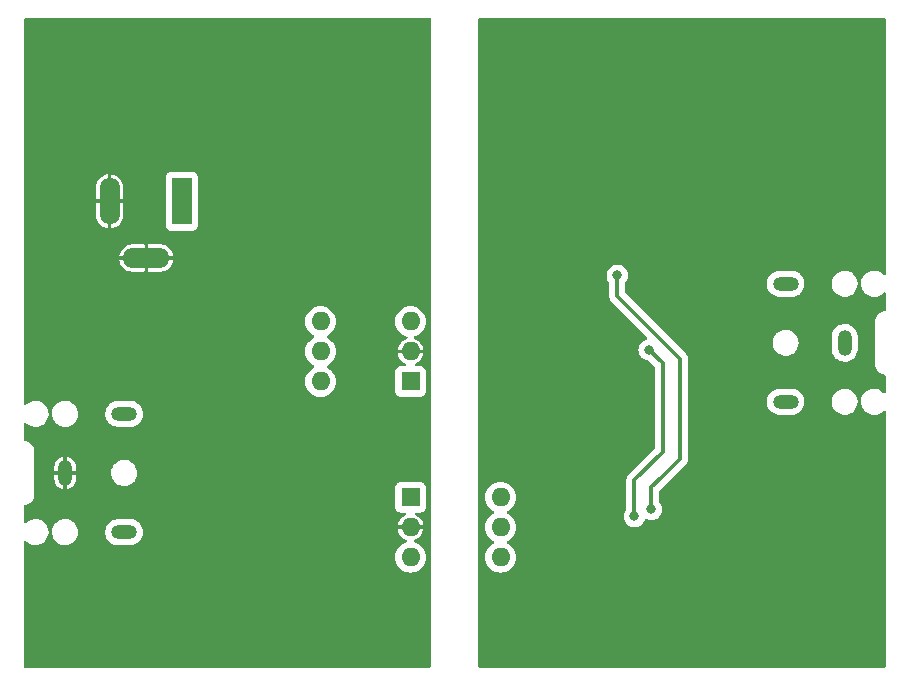
<source format=gbl>
%TF.GenerationSoftware,KiCad,Pcbnew,6.0.8-f2edbf62ab~116~ubuntu20.04.1*%
%TF.CreationDate,2022-10-07T00:55:20-04:00*%
%TF.ProjectId,SSTC_Audio_Isolator,53535443-5f41-4756-9469-6f5f49736f6c,rev?*%
%TF.SameCoordinates,Original*%
%TF.FileFunction,Copper,L2,Bot*%
%TF.FilePolarity,Positive*%
%FSLAX46Y46*%
G04 Gerber Fmt 4.6, Leading zero omitted, Abs format (unit mm)*
G04 Created by KiCad (PCBNEW 6.0.8-f2edbf62ab~116~ubuntu20.04.1) date 2022-10-07 00:55:20*
%MOMM*%
%LPD*%
G01*
G04 APERTURE LIST*
%TA.AperFunction,ComponentPad*%
%ADD10O,2.200000X1.200000*%
%TD*%
%TA.AperFunction,ComponentPad*%
%ADD11O,1.200000X2.200000*%
%TD*%
%TA.AperFunction,ComponentPad*%
%ADD12R,1.700000X4.000000*%
%TD*%
%TA.AperFunction,ComponentPad*%
%ADD13O,1.700000X4.000000*%
%TD*%
%TA.AperFunction,ComponentPad*%
%ADD14O,4.000000X1.700000*%
%TD*%
%TA.AperFunction,ComponentPad*%
%ADD15R,1.600000X1.600000*%
%TD*%
%TA.AperFunction,ComponentPad*%
%ADD16O,1.600000X1.600000*%
%TD*%
%TA.AperFunction,ViaPad*%
%ADD17C,0.800000*%
%TD*%
%TA.AperFunction,Conductor*%
%ADD18C,0.350000*%
%TD*%
G04 APERTURE END LIST*
D10*
%TO.P,J1,R*%
%TO.N,Net-(C3-Pad1)*%
X109500000Y-86521666D03*
D11*
%TO.P,J1,S*%
%TO.N,GND*%
X104500000Y-91521666D03*
D10*
%TO.P,J1,T*%
%TO.N,Net-(C2-Pad1)*%
X109500000Y-96521666D03*
%TD*%
%TO.P,J3,R*%
%TO.N,Net-(J3-PadR)*%
X165500000Y-85500000D03*
D11*
%TO.P,J3,S*%
%TO.N,Net-(J3-PadS)*%
X170500000Y-80500000D03*
D10*
%TO.P,J3,T*%
%TO.N,Net-(J3-PadT)*%
X165500000Y-75500000D03*
%TD*%
D12*
%TO.P,J2,1*%
%TO.N,+12V*%
X114375000Y-68518333D03*
D13*
%TO.P,J2,2*%
%TO.N,GND*%
X108275000Y-68518333D03*
D14*
%TO.P,J2,3*%
X111375000Y-73318333D03*
%TD*%
D15*
%TO.P,U3,1*%
%TO.N,Net-(R9-Pad2)*%
X133750000Y-83775000D03*
D16*
%TO.P,U3,2*%
%TO.N,GND*%
X133750000Y-81235000D03*
%TO.P,U3,3,NC*%
%TO.N,unconnected-(U3-Pad3)*%
X133750000Y-78695000D03*
%TO.P,U3,4*%
%TO.N,Net-(C8-Pad1)*%
X126130000Y-78695000D03*
%TO.P,U3,5*%
%TO.N,+12V*%
X126130000Y-81235000D03*
%TO.P,U3,6*%
%TO.N,unconnected-(U3-Pad6)*%
X126130000Y-83775000D03*
%TD*%
D15*
%TO.P,U5,1*%
%TO.N,Net-(R10-Pad2)*%
X133750000Y-93575000D03*
D16*
%TO.P,U5,2*%
%TO.N,GND*%
X133750000Y-96115000D03*
%TO.P,U5,3,NC*%
%TO.N,unconnected-(U5-Pad3)*%
X133750000Y-98655000D03*
%TO.P,U5,4*%
%TO.N,Net-(C11-Pad1)*%
X141370000Y-98655000D03*
%TO.P,U5,5*%
%TO.N,+12VA*%
X141370000Y-96115000D03*
%TO.P,U5,6*%
%TO.N,unconnected-(U5-Pad6)*%
X141370000Y-93575000D03*
%TD*%
D17*
%TO.N,GND*%
X123000000Y-73500000D03*
X116800000Y-93200000D03*
X135000000Y-73300000D03*
X115850000Y-55400000D03*
X114300000Y-81700000D03*
X134950000Y-70800000D03*
X114300000Y-101150000D03*
X117750000Y-97100000D03*
X131200000Y-65600000D03*
X133200000Y-71850000D03*
X112850000Y-55400000D03*
X125800000Y-88200000D03*
X121350000Y-78700000D03*
X117100000Y-64900000D03*
X118600000Y-94400000D03*
X127650000Y-65950000D03*
%TO.N,GNDA*%
X153050000Y-67600000D03*
X167912500Y-101300000D03*
X142600000Y-82050000D03*
X169787500Y-59350000D03*
X145750000Y-73450000D03*
X158337500Y-81700000D03*
X140050000Y-70800000D03*
X140050000Y-73300000D03*
X144050000Y-101200000D03*
X153050000Y-76050000D03*
X151350000Y-85100000D03*
X158337500Y-79300000D03*
X143700000Y-92000000D03*
X141350000Y-65550000D03*
X157287500Y-80500000D03*
X142650000Y-90050000D03*
X144450000Y-81800000D03*
X140050000Y-67600000D03*
%TO.N,Net-(C11-Pad2)*%
X151250000Y-74800000D03*
X154150000Y-94600000D03*
%TO.N,Net-(R14-Pad2)*%
X152700000Y-95200000D03*
X153950000Y-81100000D03*
%TD*%
D18*
%TO.N,Net-(C11-Pad2)*%
X151250000Y-76550000D02*
X151250000Y-74800000D01*
X155050000Y-91850000D02*
X156550000Y-90350000D01*
X156550000Y-90350000D02*
X156550000Y-88450000D01*
X156550000Y-88450000D02*
X156550000Y-81850000D01*
X155500000Y-80800000D02*
X151250000Y-76550000D01*
X154150000Y-94600000D02*
X154150000Y-92750000D01*
X154150000Y-92750000D02*
X155050000Y-91850000D01*
X156550000Y-81850000D02*
X155500000Y-80800000D01*
%TO.N,Net-(R14-Pad2)*%
X155100000Y-82250000D02*
X155100000Y-89750000D01*
X155100000Y-89750000D02*
X152700000Y-92150000D01*
X153950000Y-81100000D02*
X155100000Y-82250000D01*
X152700000Y-92150000D02*
X152700000Y-95200000D01*
%TD*%
%TA.AperFunction,Conductor*%
%TO.N,GNDA*%
G36*
X173943039Y-53019685D02*
G01*
X173988794Y-53072489D01*
X174000000Y-53124000D01*
X174000000Y-74643448D01*
X173980315Y-74710487D01*
X173927511Y-74756242D01*
X173858353Y-74766186D01*
X173790255Y-74733022D01*
X173685169Y-74632425D01*
X173508754Y-74518515D01*
X173503279Y-74516308D01*
X173503276Y-74516307D01*
X173319461Y-74442227D01*
X173319456Y-74442226D01*
X173313981Y-74440019D01*
X173107878Y-74399770D01*
X173102357Y-74399500D01*
X172947531Y-74399500D01*
X172790954Y-74414439D01*
X172785294Y-74416099D01*
X172785291Y-74416100D01*
X172690202Y-74443996D01*
X172589451Y-74473553D01*
X172584202Y-74476256D01*
X172584203Y-74476256D01*
X172408004Y-74567004D01*
X172407999Y-74567007D01*
X172402761Y-74569705D01*
X172237621Y-74699424D01*
X172099990Y-74858029D01*
X172097037Y-74863134D01*
X172097036Y-74863135D01*
X172021078Y-74994435D01*
X171994834Y-75039799D01*
X171925947Y-75238174D01*
X171895814Y-75445996D01*
X171905523Y-75655767D01*
X171954724Y-75859918D01*
X171957164Y-75865286D01*
X171957166Y-75865290D01*
X172002643Y-75965311D01*
X172041640Y-76051081D01*
X172163137Y-76222360D01*
X172167404Y-76226444D01*
X172167405Y-76226446D01*
X172310564Y-76363491D01*
X172310568Y-76363495D01*
X172314831Y-76367575D01*
X172491246Y-76481485D01*
X172496721Y-76483692D01*
X172496724Y-76483693D01*
X172680539Y-76557773D01*
X172680544Y-76557774D01*
X172686019Y-76559981D01*
X172892122Y-76600230D01*
X172897643Y-76600500D01*
X173052469Y-76600500D01*
X173209046Y-76585561D01*
X173214706Y-76583901D01*
X173214709Y-76583900D01*
X173309797Y-76556004D01*
X173410549Y-76526447D01*
X173504065Y-76478283D01*
X173591996Y-76432996D01*
X173592001Y-76432993D01*
X173597239Y-76430295D01*
X173710564Y-76341277D01*
X173757740Y-76304220D01*
X173762379Y-76300576D01*
X173766245Y-76296121D01*
X173766249Y-76296117D01*
X173782345Y-76277568D01*
X173841150Y-76239835D01*
X173911019Y-76239885D01*
X173969771Y-76277701D01*
X173998750Y-76341277D01*
X174000000Y-76358837D01*
X174000000Y-77682756D01*
X173980315Y-77749795D01*
X173927511Y-77795550D01*
X173888155Y-77806159D01*
X173823471Y-77812530D01*
X173765608Y-77830082D01*
X173659553Y-77862253D01*
X173659549Y-77862255D01*
X173653726Y-77864021D01*
X173497288Y-77947639D01*
X173360169Y-78060169D01*
X173247639Y-78197288D01*
X173164021Y-78353726D01*
X173162255Y-78359549D01*
X173162253Y-78359553D01*
X173130082Y-78465608D01*
X173112530Y-78523471D01*
X173098437Y-78666561D01*
X173097557Y-78673486D01*
X173095836Y-78684537D01*
X173095837Y-78684539D01*
X173094391Y-78693823D01*
X173095167Y-78699757D01*
X173095143Y-78700000D01*
X173095199Y-78700000D01*
X173096811Y-78712328D01*
X173098453Y-78724885D01*
X173099500Y-78740963D01*
X173099500Y-82251413D01*
X173098024Y-82270489D01*
X173096952Y-82277377D01*
X173094391Y-82293823D01*
X173095199Y-82300000D01*
X173095143Y-82300000D01*
X173095521Y-82303838D01*
X173095521Y-82303843D01*
X173102262Y-82372280D01*
X173112530Y-82476529D01*
X173114299Y-82482360D01*
X173159502Y-82631376D01*
X173164021Y-82646274D01*
X173247639Y-82802712D01*
X173360169Y-82939831D01*
X173497288Y-83052361D01*
X173653726Y-83135979D01*
X173659549Y-83137745D01*
X173659553Y-83137747D01*
X173817648Y-83185704D01*
X173817652Y-83185705D01*
X173823471Y-83187470D01*
X173829524Y-83188066D01*
X173829528Y-83188067D01*
X173880066Y-83193044D01*
X173888154Y-83193841D01*
X173952942Y-83220002D01*
X173993300Y-83277037D01*
X174000000Y-83317244D01*
X174000000Y-84643448D01*
X173980315Y-84710487D01*
X173927511Y-84756242D01*
X173858353Y-84766186D01*
X173790255Y-84733022D01*
X173685169Y-84632425D01*
X173508754Y-84518515D01*
X173503279Y-84516308D01*
X173503276Y-84516307D01*
X173319461Y-84442227D01*
X173319456Y-84442226D01*
X173313981Y-84440019D01*
X173107878Y-84399770D01*
X173102357Y-84399500D01*
X172947531Y-84399500D01*
X172790954Y-84414439D01*
X172785294Y-84416099D01*
X172785291Y-84416100D01*
X172690203Y-84443996D01*
X172589451Y-84473553D01*
X172584202Y-84476256D01*
X172584203Y-84476256D01*
X172408004Y-84567004D01*
X172407999Y-84567007D01*
X172402761Y-84569705D01*
X172237621Y-84699424D01*
X172099990Y-84858029D01*
X171994834Y-85039799D01*
X171925947Y-85238174D01*
X171895814Y-85445996D01*
X171905523Y-85655767D01*
X171954724Y-85859918D01*
X171957164Y-85865286D01*
X171957166Y-85865290D01*
X172002643Y-85965311D01*
X172041640Y-86051081D01*
X172163137Y-86222360D01*
X172167404Y-86226444D01*
X172167405Y-86226446D01*
X172310564Y-86363491D01*
X172310568Y-86363495D01*
X172314831Y-86367575D01*
X172491246Y-86481485D01*
X172496721Y-86483692D01*
X172496724Y-86483693D01*
X172680539Y-86557773D01*
X172680544Y-86557774D01*
X172686019Y-86559981D01*
X172892122Y-86600230D01*
X172897643Y-86600500D01*
X173052469Y-86600500D01*
X173209046Y-86585561D01*
X173214706Y-86583901D01*
X173214709Y-86583900D01*
X173309798Y-86556004D01*
X173410549Y-86526447D01*
X173504065Y-86478283D01*
X173591996Y-86432996D01*
X173592001Y-86432993D01*
X173597239Y-86430295D01*
X173762379Y-86300576D01*
X173766245Y-86296121D01*
X173766249Y-86296117D01*
X173782345Y-86277568D01*
X173841150Y-86239835D01*
X173911019Y-86239885D01*
X173969771Y-86277701D01*
X173998750Y-86341277D01*
X174000000Y-86358837D01*
X174000000Y-107876000D01*
X173980315Y-107943039D01*
X173927511Y-107988794D01*
X173876000Y-108000000D01*
X139624000Y-108000000D01*
X139556961Y-107980315D01*
X139511206Y-107927511D01*
X139500000Y-107876000D01*
X139500000Y-98655000D01*
X140064532Y-98655000D01*
X140084365Y-98881692D01*
X140143261Y-99101496D01*
X140145548Y-99106400D01*
X140145550Y-99106406D01*
X140229652Y-99286761D01*
X140239432Y-99307734D01*
X140242539Y-99312171D01*
X140242540Y-99312173D01*
X140366847Y-99489704D01*
X140366851Y-99489708D01*
X140369953Y-99494139D01*
X140530861Y-99655047D01*
X140535292Y-99658149D01*
X140535296Y-99658153D01*
X140712827Y-99782460D01*
X140717266Y-99785568D01*
X140722177Y-99787858D01*
X140918594Y-99879450D01*
X140918600Y-99879452D01*
X140923504Y-99881739D01*
X141143308Y-99940635D01*
X141148693Y-99941106D01*
X141148698Y-99941107D01*
X141364605Y-99959996D01*
X141370000Y-99960468D01*
X141375395Y-99959996D01*
X141591302Y-99941107D01*
X141591307Y-99941106D01*
X141596692Y-99940635D01*
X141816496Y-99881739D01*
X141821400Y-99879452D01*
X141821406Y-99879450D01*
X142017823Y-99787858D01*
X142022734Y-99785568D01*
X142027173Y-99782460D01*
X142204704Y-99658153D01*
X142204708Y-99658149D01*
X142209139Y-99655047D01*
X142370047Y-99494139D01*
X142373149Y-99489708D01*
X142373153Y-99489704D01*
X142497460Y-99312173D01*
X142497461Y-99312171D01*
X142500568Y-99307734D01*
X142510348Y-99286761D01*
X142594450Y-99106406D01*
X142594452Y-99106400D01*
X142596739Y-99101496D01*
X142655635Y-98881692D01*
X142675468Y-98655000D01*
X142655635Y-98428308D01*
X142596739Y-98208504D01*
X142594452Y-98203600D01*
X142594450Y-98203594D01*
X142502858Y-98007177D01*
X142500568Y-98002266D01*
X142497460Y-97997827D01*
X142373153Y-97820296D01*
X142373149Y-97820292D01*
X142370047Y-97815861D01*
X142209139Y-97654953D01*
X142204708Y-97651851D01*
X142204704Y-97651847D01*
X142027173Y-97527540D01*
X142027171Y-97527539D01*
X142022734Y-97524432D01*
X141964724Y-97497382D01*
X141912286Y-97451210D01*
X141893134Y-97384016D01*
X141913350Y-97317135D01*
X141964725Y-97272618D01*
X142017823Y-97247858D01*
X142022734Y-97245568D01*
X142027173Y-97242460D01*
X142204704Y-97118153D01*
X142204708Y-97118149D01*
X142209139Y-97115047D01*
X142370047Y-96954139D01*
X142373149Y-96949708D01*
X142373153Y-96949704D01*
X142497460Y-96772173D01*
X142497461Y-96772171D01*
X142500568Y-96767734D01*
X142510348Y-96746761D01*
X142594450Y-96566406D01*
X142594452Y-96566400D01*
X142596739Y-96561496D01*
X142655635Y-96341692D01*
X142675468Y-96115000D01*
X142674081Y-96099148D01*
X142656107Y-95893698D01*
X142656106Y-95893693D01*
X142655635Y-95888308D01*
X142596739Y-95668504D01*
X142594452Y-95663600D01*
X142594450Y-95663594D01*
X142510348Y-95483239D01*
X142500568Y-95462266D01*
X142497460Y-95457827D01*
X142373153Y-95280296D01*
X142373149Y-95280292D01*
X142370047Y-95275861D01*
X142209139Y-95114953D01*
X142204708Y-95111851D01*
X142204704Y-95111847D01*
X142027173Y-94987540D01*
X142027171Y-94987539D01*
X142022734Y-94984432D01*
X141964724Y-94957382D01*
X141912286Y-94911210D01*
X141893134Y-94844016D01*
X141913350Y-94777135D01*
X141964725Y-94732618D01*
X142017823Y-94707858D01*
X142022734Y-94705568D01*
X142083598Y-94662951D01*
X142204704Y-94578153D01*
X142204708Y-94578149D01*
X142209139Y-94575047D01*
X142370047Y-94414139D01*
X142373149Y-94409708D01*
X142373153Y-94409704D01*
X142497460Y-94232173D01*
X142497461Y-94232171D01*
X142500568Y-94227734D01*
X142572530Y-94073413D01*
X142594450Y-94026406D01*
X142594452Y-94026400D01*
X142596739Y-94021496D01*
X142655635Y-93801692D01*
X142675468Y-93575000D01*
X142655635Y-93348308D01*
X142596739Y-93128504D01*
X142594452Y-93123600D01*
X142594450Y-93123594D01*
X142502858Y-92927177D01*
X142500568Y-92922266D01*
X142393964Y-92770018D01*
X142373153Y-92740296D01*
X142373149Y-92740292D01*
X142370047Y-92735861D01*
X142209139Y-92574953D01*
X142204708Y-92571851D01*
X142204704Y-92571847D01*
X142027173Y-92447540D01*
X142027171Y-92447539D01*
X142022734Y-92444432D01*
X141991358Y-92429801D01*
X141821406Y-92350550D01*
X141821400Y-92350548D01*
X141816496Y-92348261D01*
X141596692Y-92289365D01*
X141591307Y-92288894D01*
X141591302Y-92288893D01*
X141375395Y-92270004D01*
X141370000Y-92269532D01*
X141364605Y-92270004D01*
X141148698Y-92288893D01*
X141148693Y-92288894D01*
X141143308Y-92289365D01*
X140923504Y-92348261D01*
X140918600Y-92350548D01*
X140918594Y-92350550D01*
X140748642Y-92429801D01*
X140717266Y-92444432D01*
X140712829Y-92447539D01*
X140712827Y-92447540D01*
X140535296Y-92571847D01*
X140535292Y-92571851D01*
X140530861Y-92574953D01*
X140369953Y-92735861D01*
X140366851Y-92740292D01*
X140366847Y-92740296D01*
X140346036Y-92770018D01*
X140239432Y-92922266D01*
X140237142Y-92927177D01*
X140145550Y-93123594D01*
X140145548Y-93123600D01*
X140143261Y-93128504D01*
X140084365Y-93348308D01*
X140064532Y-93575000D01*
X140084365Y-93801692D01*
X140143261Y-94021496D01*
X140145548Y-94026400D01*
X140145550Y-94026406D01*
X140167470Y-94073413D01*
X140239432Y-94227734D01*
X140242539Y-94232171D01*
X140242540Y-94232173D01*
X140366847Y-94409704D01*
X140366851Y-94409708D01*
X140369953Y-94414139D01*
X140530861Y-94575047D01*
X140535292Y-94578149D01*
X140535296Y-94578153D01*
X140656402Y-94662951D01*
X140717266Y-94705568D01*
X140722177Y-94707858D01*
X140775275Y-94732618D01*
X140827714Y-94778790D01*
X140846866Y-94845984D01*
X140826650Y-94912865D01*
X140775276Y-94957382D01*
X140717266Y-94984432D01*
X140712829Y-94987539D01*
X140712827Y-94987540D01*
X140535296Y-95111847D01*
X140535292Y-95111851D01*
X140530861Y-95114953D01*
X140369953Y-95275861D01*
X140366851Y-95280292D01*
X140366847Y-95280296D01*
X140242540Y-95457827D01*
X140239432Y-95462266D01*
X140229652Y-95483239D01*
X140145550Y-95663594D01*
X140145548Y-95663600D01*
X140143261Y-95668504D01*
X140084365Y-95888308D01*
X140083894Y-95893693D01*
X140083893Y-95893698D01*
X140065919Y-96099148D01*
X140064532Y-96115000D01*
X140084365Y-96341692D01*
X140143261Y-96561496D01*
X140145548Y-96566400D01*
X140145550Y-96566406D01*
X140229652Y-96746761D01*
X140239432Y-96767734D01*
X140242539Y-96772171D01*
X140242540Y-96772173D01*
X140366847Y-96949704D01*
X140366851Y-96949708D01*
X140369953Y-96954139D01*
X140530861Y-97115047D01*
X140535292Y-97118149D01*
X140535296Y-97118153D01*
X140712827Y-97242460D01*
X140717266Y-97245568D01*
X140722177Y-97247858D01*
X140775275Y-97272618D01*
X140827714Y-97318790D01*
X140846866Y-97385984D01*
X140826650Y-97452865D01*
X140775276Y-97497382D01*
X140717266Y-97524432D01*
X140712829Y-97527539D01*
X140712827Y-97527540D01*
X140535296Y-97651847D01*
X140535292Y-97651851D01*
X140530861Y-97654953D01*
X140369953Y-97815861D01*
X140366851Y-97820292D01*
X140366847Y-97820296D01*
X140242540Y-97997827D01*
X140239432Y-98002266D01*
X140237142Y-98007177D01*
X140145550Y-98203594D01*
X140145548Y-98203600D01*
X140143261Y-98208504D01*
X140084365Y-98428308D01*
X140064532Y-98655000D01*
X139500000Y-98655000D01*
X139500000Y-74800000D01*
X150344540Y-74800000D01*
X150364326Y-74988256D01*
X150422821Y-75168284D01*
X150517467Y-75332216D01*
X150521815Y-75337045D01*
X150521818Y-75337049D01*
X150542649Y-75360184D01*
X150572879Y-75423175D01*
X150574500Y-75443157D01*
X150574500Y-76522303D01*
X150574213Y-76530737D01*
X150570472Y-76585613D01*
X150580928Y-76645523D01*
X150581875Y-76651941D01*
X150589181Y-76712313D01*
X150591825Y-76719311D01*
X150592948Y-76723881D01*
X150595940Y-76734817D01*
X150597295Y-76739306D01*
X150598581Y-76746675D01*
X150601586Y-76753520D01*
X150601587Y-76753524D01*
X150623022Y-76802354D01*
X150625474Y-76808362D01*
X150646973Y-76865255D01*
X150651210Y-76871419D01*
X150653393Y-76875595D01*
X150658899Y-76885489D01*
X150661296Y-76889542D01*
X150664299Y-76896383D01*
X150668850Y-76902314D01*
X150701317Y-76944626D01*
X150705132Y-76949877D01*
X150739579Y-76999997D01*
X150783850Y-77039441D01*
X150789042Y-77044343D01*
X153767136Y-80022437D01*
X153800621Y-80083760D01*
X153795637Y-80153452D01*
X153753765Y-80209385D01*
X153705237Y-80231408D01*
X153670197Y-80238856D01*
X153497270Y-80315849D01*
X153344129Y-80427112D01*
X153339780Y-80431942D01*
X153229875Y-80554004D01*
X153217467Y-80567784D01*
X153122821Y-80731716D01*
X153064326Y-80911744D01*
X153044540Y-81100000D01*
X153064326Y-81288256D01*
X153122821Y-81468284D01*
X153126068Y-81473909D01*
X153126069Y-81473910D01*
X153143220Y-81503617D01*
X153217467Y-81632216D01*
X153221813Y-81637043D01*
X153221814Y-81637044D01*
X153260682Y-81680211D01*
X153344129Y-81772888D01*
X153497270Y-81884151D01*
X153670197Y-81961144D01*
X153738637Y-81975691D01*
X153848991Y-81999148D01*
X153848996Y-81999148D01*
X153855354Y-82000500D01*
X153857084Y-82000500D01*
X153920060Y-82026411D01*
X153930165Y-82035466D01*
X154388181Y-82493482D01*
X154421666Y-82554805D01*
X154424500Y-82581163D01*
X154424500Y-89418837D01*
X154404815Y-89485876D01*
X154388181Y-89506518D01*
X152241945Y-91652754D01*
X152235779Y-91658515D01*
X152194319Y-91694683D01*
X152159351Y-91744437D01*
X152155482Y-91749646D01*
X152117958Y-91797503D01*
X152114880Y-91804320D01*
X152112448Y-91808336D01*
X152106826Y-91818191D01*
X152104606Y-91822331D01*
X152100307Y-91828448D01*
X152097590Y-91835417D01*
X152078215Y-91885111D01*
X152075704Y-91891085D01*
X152050677Y-91946514D01*
X152049315Y-91953861D01*
X152047907Y-91958355D01*
X152044802Y-91969256D01*
X152043632Y-91973812D01*
X152040917Y-91980776D01*
X152039941Y-91988189D01*
X152032979Y-92041070D01*
X152031966Y-92047470D01*
X152020882Y-92107274D01*
X152021313Y-92114743D01*
X152024294Y-92166446D01*
X152024500Y-92173584D01*
X152024500Y-94556843D01*
X152004815Y-94623882D01*
X151992649Y-94639816D01*
X151971818Y-94662951D01*
X151971815Y-94662955D01*
X151967467Y-94667784D01*
X151964217Y-94673412D01*
X151964217Y-94673413D01*
X151897913Y-94788256D01*
X151872821Y-94831716D01*
X151814326Y-95011744D01*
X151794540Y-95200000D01*
X151814326Y-95388256D01*
X151872821Y-95568284D01*
X151967467Y-95732216D01*
X152094129Y-95872888D01*
X152247270Y-95984151D01*
X152420197Y-96061144D01*
X152488637Y-96075691D01*
X152598991Y-96099148D01*
X152598996Y-96099148D01*
X152605354Y-96100500D01*
X152794646Y-96100500D01*
X152801004Y-96099148D01*
X152801009Y-96099148D01*
X152911363Y-96075691D01*
X152979803Y-96061144D01*
X153152730Y-95984151D01*
X153305871Y-95872888D01*
X153432533Y-95732216D01*
X153527179Y-95568284D01*
X153558386Y-95472239D01*
X153597824Y-95414563D01*
X153662182Y-95387365D01*
X153726754Y-95397278D01*
X153870197Y-95461144D01*
X153938637Y-95475691D01*
X154048991Y-95499148D01*
X154048996Y-95499148D01*
X154055354Y-95500500D01*
X154244646Y-95500500D01*
X154251004Y-95499148D01*
X154251009Y-95499148D01*
X154361363Y-95475691D01*
X154429803Y-95461144D01*
X154579632Y-95394435D01*
X154596792Y-95386795D01*
X154596794Y-95386794D01*
X154602730Y-95384151D01*
X154755871Y-95272888D01*
X154821500Y-95200000D01*
X154878186Y-95137044D01*
X154878187Y-95137043D01*
X154882533Y-95132216D01*
X154977179Y-94968284D01*
X155035674Y-94788256D01*
X155055460Y-94600000D01*
X155035674Y-94411744D01*
X154977179Y-94231716D01*
X154882533Y-94067784D01*
X154878185Y-94062955D01*
X154878182Y-94062951D01*
X154857351Y-94039816D01*
X154827121Y-93976825D01*
X154825500Y-93956843D01*
X154825500Y-93081163D01*
X154845185Y-93014124D01*
X154861819Y-92993482D01*
X157008055Y-90847246D01*
X157014221Y-90841485D01*
X157050049Y-90810230D01*
X157055681Y-90805317D01*
X157090655Y-90755555D01*
X157094518Y-90750354D01*
X157127428Y-90708381D01*
X157132042Y-90702497D01*
X157135120Y-90695680D01*
X157137552Y-90691664D01*
X157143174Y-90681809D01*
X157145394Y-90677669D01*
X157149693Y-90671552D01*
X157171785Y-90614889D01*
X157174301Y-90608903D01*
X157196247Y-90560298D01*
X157199323Y-90553486D01*
X157200685Y-90546139D01*
X157202093Y-90541645D01*
X157205198Y-90530744D01*
X157206368Y-90526188D01*
X157209083Y-90519224D01*
X157217023Y-90458920D01*
X157218036Y-90452519D01*
X157227755Y-90400079D01*
X157229118Y-90392726D01*
X157225706Y-90333554D01*
X157225500Y-90326416D01*
X157225500Y-85445996D01*
X163895814Y-85445996D01*
X163905523Y-85655767D01*
X163954724Y-85859918D01*
X163957164Y-85865286D01*
X163957166Y-85865290D01*
X164002643Y-85965311D01*
X164041640Y-86051081D01*
X164163137Y-86222360D01*
X164167404Y-86226444D01*
X164167405Y-86226446D01*
X164310564Y-86363491D01*
X164310568Y-86363495D01*
X164314831Y-86367575D01*
X164491246Y-86481485D01*
X164496721Y-86483692D01*
X164496724Y-86483693D01*
X164680539Y-86557773D01*
X164680544Y-86557774D01*
X164686019Y-86559981D01*
X164892122Y-86600230D01*
X164897643Y-86600500D01*
X166052469Y-86600500D01*
X166209046Y-86585561D01*
X166214706Y-86583901D01*
X166214709Y-86583900D01*
X166309798Y-86556004D01*
X166410549Y-86526447D01*
X166504065Y-86478283D01*
X166591996Y-86432996D01*
X166592001Y-86432993D01*
X166597239Y-86430295D01*
X166762379Y-86300576D01*
X166782229Y-86277701D01*
X166896146Y-86146424D01*
X166896147Y-86146423D01*
X166900010Y-86141971D01*
X167005166Y-85960201D01*
X167074053Y-85761826D01*
X167104186Y-85554004D01*
X167099187Y-85445996D01*
X169395814Y-85445996D01*
X169405523Y-85655767D01*
X169454724Y-85859918D01*
X169457164Y-85865286D01*
X169457166Y-85865290D01*
X169502643Y-85965311D01*
X169541640Y-86051081D01*
X169663137Y-86222360D01*
X169667404Y-86226444D01*
X169667405Y-86226446D01*
X169810564Y-86363491D01*
X169810568Y-86363495D01*
X169814831Y-86367575D01*
X169991246Y-86481485D01*
X169996721Y-86483692D01*
X169996724Y-86483693D01*
X170180539Y-86557773D01*
X170180544Y-86557774D01*
X170186019Y-86559981D01*
X170392122Y-86600230D01*
X170397643Y-86600500D01*
X170552469Y-86600500D01*
X170709046Y-86585561D01*
X170714706Y-86583901D01*
X170714709Y-86583900D01*
X170809798Y-86556004D01*
X170910549Y-86526447D01*
X171004065Y-86478283D01*
X171091996Y-86432996D01*
X171092001Y-86432993D01*
X171097239Y-86430295D01*
X171262379Y-86300576D01*
X171282229Y-86277701D01*
X171396146Y-86146424D01*
X171396147Y-86146423D01*
X171400010Y-86141971D01*
X171505166Y-85960201D01*
X171574053Y-85761826D01*
X171604186Y-85554004D01*
X171594477Y-85344233D01*
X171570325Y-85244018D01*
X171546658Y-85145815D01*
X171546657Y-85145812D01*
X171545276Y-85140082D01*
X171499681Y-85039799D01*
X171460802Y-84954290D01*
X171458360Y-84948919D01*
X171336863Y-84777640D01*
X171324898Y-84766186D01*
X171189436Y-84636509D01*
X171189432Y-84636505D01*
X171185169Y-84632425D01*
X171008754Y-84518515D01*
X171003279Y-84516308D01*
X171003276Y-84516307D01*
X170819461Y-84442227D01*
X170819456Y-84442226D01*
X170813981Y-84440019D01*
X170607878Y-84399770D01*
X170602357Y-84399500D01*
X170447531Y-84399500D01*
X170290954Y-84414439D01*
X170285294Y-84416099D01*
X170285291Y-84416100D01*
X170190203Y-84443996D01*
X170089451Y-84473553D01*
X170084202Y-84476256D01*
X170084203Y-84476256D01*
X169908004Y-84567004D01*
X169907999Y-84567007D01*
X169902761Y-84569705D01*
X169737621Y-84699424D01*
X169599990Y-84858029D01*
X169494834Y-85039799D01*
X169425947Y-85238174D01*
X169395814Y-85445996D01*
X167099187Y-85445996D01*
X167094477Y-85344233D01*
X167070325Y-85244018D01*
X167046658Y-85145815D01*
X167046657Y-85145812D01*
X167045276Y-85140082D01*
X166999681Y-85039799D01*
X166960802Y-84954290D01*
X166958360Y-84948919D01*
X166836863Y-84777640D01*
X166824898Y-84766186D01*
X166689436Y-84636509D01*
X166689432Y-84636505D01*
X166685169Y-84632425D01*
X166508754Y-84518515D01*
X166503279Y-84516308D01*
X166503276Y-84516307D01*
X166319461Y-84442227D01*
X166319456Y-84442226D01*
X166313981Y-84440019D01*
X166107878Y-84399770D01*
X166102357Y-84399500D01*
X164947531Y-84399500D01*
X164790954Y-84414439D01*
X164785294Y-84416099D01*
X164785291Y-84416100D01*
X164690203Y-84443996D01*
X164589451Y-84473553D01*
X164584202Y-84476256D01*
X164584203Y-84476256D01*
X164408004Y-84567004D01*
X164407999Y-84567007D01*
X164402761Y-84569705D01*
X164237621Y-84699424D01*
X164099990Y-84858029D01*
X163994834Y-85039799D01*
X163925947Y-85238174D01*
X163895814Y-85445996D01*
X157225500Y-85445996D01*
X157225500Y-81877697D01*
X157225787Y-81869263D01*
X157229020Y-81821842D01*
X157229020Y-81821840D01*
X157229528Y-81814387D01*
X157219072Y-81754473D01*
X157218125Y-81748061D01*
X157211717Y-81695107D01*
X157210819Y-81687687D01*
X157208177Y-81680696D01*
X157207063Y-81676159D01*
X157204058Y-81665177D01*
X157202704Y-81660692D01*
X157201418Y-81653324D01*
X157176976Y-81597644D01*
X157174524Y-81591635D01*
X157155670Y-81541739D01*
X157155669Y-81541738D01*
X157153027Y-81534745D01*
X157148790Y-81528581D01*
X157146607Y-81524405D01*
X157141101Y-81514511D01*
X157138704Y-81510458D01*
X157135701Y-81503617D01*
X157098683Y-81455374D01*
X157094868Y-81450123D01*
X157064655Y-81406163D01*
X157064653Y-81406161D01*
X157060421Y-81400003D01*
X157016150Y-81360559D01*
X157010958Y-81355657D01*
X156101297Y-80445996D01*
X164395814Y-80445996D01*
X164405523Y-80655767D01*
X164454724Y-80859918D01*
X164457164Y-80865286D01*
X164457166Y-80865290D01*
X164502643Y-80965311D01*
X164541640Y-81051081D01*
X164663137Y-81222360D01*
X164667404Y-81226444D01*
X164667405Y-81226446D01*
X164810564Y-81363491D01*
X164810568Y-81363495D01*
X164814831Y-81367575D01*
X164991246Y-81481485D01*
X164996721Y-81483692D01*
X164996724Y-81483693D01*
X165180539Y-81557773D01*
X165180544Y-81557774D01*
X165186019Y-81559981D01*
X165392122Y-81600230D01*
X165397643Y-81600500D01*
X165552469Y-81600500D01*
X165709046Y-81585561D01*
X165714706Y-81583901D01*
X165714709Y-81583900D01*
X165809798Y-81556004D01*
X165910549Y-81526447D01*
X166012556Y-81473910D01*
X166091996Y-81432996D01*
X166092001Y-81432993D01*
X166097239Y-81430295D01*
X166262379Y-81300576D01*
X166273070Y-81288256D01*
X166396146Y-81146424D01*
X166396147Y-81146423D01*
X166400010Y-81141971D01*
X166451788Y-81052469D01*
X169399500Y-81052469D01*
X169414439Y-81209046D01*
X169416099Y-81214706D01*
X169416100Y-81214709D01*
X169435781Y-81281795D01*
X169473553Y-81410549D01*
X169476256Y-81415797D01*
X169567004Y-81591996D01*
X169567007Y-81592001D01*
X169569705Y-81597239D01*
X169699424Y-81762379D01*
X169703878Y-81766244D01*
X169703879Y-81766245D01*
X169789197Y-81840280D01*
X169858029Y-81900010D01*
X169863134Y-81902963D01*
X169863135Y-81902964D01*
X170021646Y-81994664D01*
X170039799Y-82005166D01*
X170238174Y-82074053D01*
X170445996Y-82104186D01*
X170655767Y-82094477D01*
X170661506Y-82093094D01*
X170854185Y-82046658D01*
X170854188Y-82046657D01*
X170859918Y-82045276D01*
X170865286Y-82042836D01*
X170865290Y-82042834D01*
X171045710Y-81960802D01*
X171051081Y-81958360D01*
X171222360Y-81836863D01*
X171226446Y-81832595D01*
X171363491Y-81689436D01*
X171363495Y-81689432D01*
X171367575Y-81685169D01*
X171481485Y-81508754D01*
X171492475Y-81481485D01*
X171557773Y-81319461D01*
X171557774Y-81319456D01*
X171559981Y-81313981D01*
X171600230Y-81107878D01*
X171600500Y-81102357D01*
X171600500Y-79947531D01*
X171585561Y-79790954D01*
X171583069Y-79782457D01*
X171528108Y-79595114D01*
X171526447Y-79589451D01*
X171491562Y-79521717D01*
X171432996Y-79408004D01*
X171432993Y-79407999D01*
X171430295Y-79402761D01*
X171300576Y-79237621D01*
X171214741Y-79163137D01*
X171146424Y-79103854D01*
X171146423Y-79103853D01*
X171141971Y-79099990D01*
X171041109Y-79041640D01*
X170965311Y-78997790D01*
X170965309Y-78997789D01*
X170960201Y-78994834D01*
X170761826Y-78925947D01*
X170554004Y-78895814D01*
X170344233Y-78905523D01*
X170338495Y-78906906D01*
X170338494Y-78906906D01*
X170145815Y-78953342D01*
X170145812Y-78953343D01*
X170140082Y-78954724D01*
X170134714Y-78957164D01*
X170134710Y-78957166D01*
X169964896Y-79034376D01*
X169948919Y-79041640D01*
X169777640Y-79163137D01*
X169773556Y-79167404D01*
X169773554Y-79167405D01*
X169636509Y-79310564D01*
X169636505Y-79310568D01*
X169632425Y-79314831D01*
X169518515Y-79491246D01*
X169516308Y-79496721D01*
X169516307Y-79496724D01*
X169442227Y-79680539D01*
X169442226Y-79680544D01*
X169440019Y-79686019D01*
X169399770Y-79892122D01*
X169399500Y-79897643D01*
X169399500Y-81052469D01*
X166451788Y-81052469D01*
X166505166Y-80960201D01*
X166574053Y-80761826D01*
X166604186Y-80554004D01*
X166594477Y-80344233D01*
X166588557Y-80319670D01*
X166546658Y-80145815D01*
X166546657Y-80145812D01*
X166545276Y-80140082D01*
X166499681Y-80039799D01*
X166460802Y-79954290D01*
X166458360Y-79948919D01*
X166336863Y-79777640D01*
X166332595Y-79773554D01*
X166189436Y-79636509D01*
X166189432Y-79636505D01*
X166185169Y-79632425D01*
X166008754Y-79518515D01*
X166003279Y-79516308D01*
X166003276Y-79516307D01*
X165819461Y-79442227D01*
X165819456Y-79442226D01*
X165813981Y-79440019D01*
X165607878Y-79399770D01*
X165602357Y-79399500D01*
X165447531Y-79399500D01*
X165290954Y-79414439D01*
X165285294Y-79416099D01*
X165285291Y-79416100D01*
X165190203Y-79443996D01*
X165089451Y-79473553D01*
X165062664Y-79487349D01*
X164908004Y-79567004D01*
X164907999Y-79567007D01*
X164902761Y-79569705D01*
X164737621Y-79699424D01*
X164733756Y-79703878D01*
X164733755Y-79703879D01*
X164653093Y-79796834D01*
X164599990Y-79858029D01*
X164494834Y-80039799D01*
X164425947Y-80238174D01*
X164395814Y-80445996D01*
X156101297Y-80445996D01*
X151961819Y-76306518D01*
X151928334Y-76245195D01*
X151925500Y-76218837D01*
X151925500Y-75445996D01*
X163895814Y-75445996D01*
X163905523Y-75655767D01*
X163954724Y-75859918D01*
X163957164Y-75865286D01*
X163957166Y-75865290D01*
X164002643Y-75965311D01*
X164041640Y-76051081D01*
X164163137Y-76222360D01*
X164167404Y-76226444D01*
X164167405Y-76226446D01*
X164310564Y-76363491D01*
X164310568Y-76363495D01*
X164314831Y-76367575D01*
X164491246Y-76481485D01*
X164496721Y-76483692D01*
X164496724Y-76483693D01*
X164680539Y-76557773D01*
X164680544Y-76557774D01*
X164686019Y-76559981D01*
X164892122Y-76600230D01*
X164897643Y-76600500D01*
X166052469Y-76600500D01*
X166209046Y-76585561D01*
X166214706Y-76583901D01*
X166214709Y-76583900D01*
X166309797Y-76556004D01*
X166410549Y-76526447D01*
X166504065Y-76478283D01*
X166591996Y-76432996D01*
X166592001Y-76432993D01*
X166597239Y-76430295D01*
X166710564Y-76341277D01*
X166757740Y-76304220D01*
X166762379Y-76300576D01*
X166782229Y-76277701D01*
X166896146Y-76146424D01*
X166896147Y-76146423D01*
X166900010Y-76141971D01*
X167005166Y-75960201D01*
X167074053Y-75761826D01*
X167104186Y-75554004D01*
X167099187Y-75445996D01*
X169395814Y-75445996D01*
X169405523Y-75655767D01*
X169454724Y-75859918D01*
X169457164Y-75865286D01*
X169457166Y-75865290D01*
X169502643Y-75965311D01*
X169541640Y-76051081D01*
X169663137Y-76222360D01*
X169667404Y-76226444D01*
X169667405Y-76226446D01*
X169810564Y-76363491D01*
X169810568Y-76363495D01*
X169814831Y-76367575D01*
X169991246Y-76481485D01*
X169996721Y-76483692D01*
X169996724Y-76483693D01*
X170180539Y-76557773D01*
X170180544Y-76557774D01*
X170186019Y-76559981D01*
X170392122Y-76600230D01*
X170397643Y-76600500D01*
X170552469Y-76600500D01*
X170709046Y-76585561D01*
X170714706Y-76583901D01*
X170714709Y-76583900D01*
X170809797Y-76556004D01*
X170910549Y-76526447D01*
X171004065Y-76478283D01*
X171091996Y-76432996D01*
X171092001Y-76432993D01*
X171097239Y-76430295D01*
X171210564Y-76341277D01*
X171257740Y-76304220D01*
X171262379Y-76300576D01*
X171282229Y-76277701D01*
X171396146Y-76146424D01*
X171396147Y-76146423D01*
X171400010Y-76141971D01*
X171505166Y-75960201D01*
X171574053Y-75761826D01*
X171604186Y-75554004D01*
X171594477Y-75344233D01*
X171570325Y-75244018D01*
X171546658Y-75145815D01*
X171546657Y-75145812D01*
X171545276Y-75140082D01*
X171499681Y-75039799D01*
X171460802Y-74954290D01*
X171458360Y-74948919D01*
X171336863Y-74777640D01*
X171324898Y-74766186D01*
X171189436Y-74636509D01*
X171189432Y-74636505D01*
X171185169Y-74632425D01*
X171008754Y-74518515D01*
X171003279Y-74516308D01*
X171003276Y-74516307D01*
X170819461Y-74442227D01*
X170819456Y-74442226D01*
X170813981Y-74440019D01*
X170607878Y-74399770D01*
X170602357Y-74399500D01*
X170447531Y-74399500D01*
X170290954Y-74414439D01*
X170285294Y-74416099D01*
X170285291Y-74416100D01*
X170190202Y-74443996D01*
X170089451Y-74473553D01*
X170084202Y-74476256D01*
X170084203Y-74476256D01*
X169908004Y-74567004D01*
X169907999Y-74567007D01*
X169902761Y-74569705D01*
X169737621Y-74699424D01*
X169599990Y-74858029D01*
X169597037Y-74863134D01*
X169597036Y-74863135D01*
X169521078Y-74994435D01*
X169494834Y-75039799D01*
X169425947Y-75238174D01*
X169395814Y-75445996D01*
X167099187Y-75445996D01*
X167094477Y-75344233D01*
X167070325Y-75244018D01*
X167046658Y-75145815D01*
X167046657Y-75145812D01*
X167045276Y-75140082D01*
X166999681Y-75039799D01*
X166960802Y-74954290D01*
X166958360Y-74948919D01*
X166836863Y-74777640D01*
X166824898Y-74766186D01*
X166689436Y-74636509D01*
X166689432Y-74636505D01*
X166685169Y-74632425D01*
X166508754Y-74518515D01*
X166503279Y-74516308D01*
X166503276Y-74516307D01*
X166319461Y-74442227D01*
X166319456Y-74442226D01*
X166313981Y-74440019D01*
X166107878Y-74399770D01*
X166102357Y-74399500D01*
X164947531Y-74399500D01*
X164790954Y-74414439D01*
X164785294Y-74416099D01*
X164785291Y-74416100D01*
X164690202Y-74443996D01*
X164589451Y-74473553D01*
X164584202Y-74476256D01*
X164584203Y-74476256D01*
X164408004Y-74567004D01*
X164407999Y-74567007D01*
X164402761Y-74569705D01*
X164237621Y-74699424D01*
X164099990Y-74858029D01*
X164097037Y-74863134D01*
X164097036Y-74863135D01*
X164021078Y-74994435D01*
X163994834Y-75039799D01*
X163925947Y-75238174D01*
X163895814Y-75445996D01*
X151925500Y-75445996D01*
X151925500Y-75443157D01*
X151945185Y-75376118D01*
X151957351Y-75360184D01*
X151978182Y-75337049D01*
X151978185Y-75337045D01*
X151982533Y-75332216D01*
X152077179Y-75168284D01*
X152135674Y-74988256D01*
X152155460Y-74800000D01*
X152135674Y-74611744D01*
X152077179Y-74431716D01*
X151982533Y-74267784D01*
X151855871Y-74127112D01*
X151702730Y-74015849D01*
X151529803Y-73938856D01*
X151461363Y-73924309D01*
X151351009Y-73900852D01*
X151351004Y-73900852D01*
X151344646Y-73899500D01*
X151155354Y-73899500D01*
X151148996Y-73900852D01*
X151148991Y-73900852D01*
X151038637Y-73924309D01*
X150970197Y-73938856D01*
X150797270Y-74015849D01*
X150644129Y-74127112D01*
X150517467Y-74267784D01*
X150422821Y-74431716D01*
X150364326Y-74611744D01*
X150344540Y-74800000D01*
X139500000Y-74800000D01*
X139500000Y-53124000D01*
X139519685Y-53056961D01*
X139572489Y-53011206D01*
X139624000Y-53000000D01*
X173876000Y-53000000D01*
X173943039Y-53019685D01*
G37*
%TD.AperFunction*%
%TD*%
%TA.AperFunction,Conductor*%
%TO.N,GND*%
G36*
X135443039Y-53019685D02*
G01*
X135488794Y-53072489D01*
X135500000Y-53124000D01*
X135500000Y-107876000D01*
X135480315Y-107943039D01*
X135427511Y-107988794D01*
X135376000Y-108000000D01*
X101124000Y-108000000D01*
X101056961Y-107980315D01*
X101011206Y-107927511D01*
X101000000Y-107876000D01*
X101000000Y-98655000D01*
X132444532Y-98655000D01*
X132464365Y-98881692D01*
X132523261Y-99101496D01*
X132525548Y-99106400D01*
X132525550Y-99106406D01*
X132609652Y-99286761D01*
X132619432Y-99307734D01*
X132622539Y-99312171D01*
X132622540Y-99312173D01*
X132746847Y-99489704D01*
X132746851Y-99489708D01*
X132749953Y-99494139D01*
X132910861Y-99655047D01*
X132915292Y-99658149D01*
X132915296Y-99658153D01*
X133092827Y-99782460D01*
X133097266Y-99785568D01*
X133102177Y-99787858D01*
X133298594Y-99879450D01*
X133298600Y-99879452D01*
X133303504Y-99881739D01*
X133523308Y-99940635D01*
X133528693Y-99941106D01*
X133528698Y-99941107D01*
X133744605Y-99959996D01*
X133750000Y-99960468D01*
X133755395Y-99959996D01*
X133971302Y-99941107D01*
X133971307Y-99941106D01*
X133976692Y-99940635D01*
X134196496Y-99881739D01*
X134201400Y-99879452D01*
X134201406Y-99879450D01*
X134397823Y-99787858D01*
X134402734Y-99785568D01*
X134407173Y-99782460D01*
X134584704Y-99658153D01*
X134584708Y-99658149D01*
X134589139Y-99655047D01*
X134750047Y-99494139D01*
X134753149Y-99489708D01*
X134753153Y-99489704D01*
X134877460Y-99312173D01*
X134877461Y-99312171D01*
X134880568Y-99307734D01*
X134890348Y-99286761D01*
X134974450Y-99106406D01*
X134974452Y-99106400D01*
X134976739Y-99101496D01*
X135035635Y-98881692D01*
X135055468Y-98655000D01*
X135035635Y-98428308D01*
X134976739Y-98208504D01*
X134974452Y-98203600D01*
X134974450Y-98203594D01*
X134882858Y-98007177D01*
X134880568Y-98002266D01*
X134877460Y-97997827D01*
X134753153Y-97820296D01*
X134753149Y-97820292D01*
X134750047Y-97815861D01*
X134589139Y-97654953D01*
X134584708Y-97651851D01*
X134584704Y-97651847D01*
X134407173Y-97527540D01*
X134407171Y-97527539D01*
X134402734Y-97524432D01*
X134357097Y-97503151D01*
X134201406Y-97430550D01*
X134201400Y-97430548D01*
X134196496Y-97428261D01*
X134092341Y-97400353D01*
X134032680Y-97363988D01*
X134002151Y-97301141D01*
X134010446Y-97231766D01*
X134054931Y-97177888D01*
X134084575Y-97163159D01*
X134193940Y-97126034D01*
X134204293Y-97121425D01*
X134370753Y-97028202D01*
X134380090Y-97021785D01*
X134526777Y-96899787D01*
X134534787Y-96891777D01*
X134656785Y-96745090D01*
X134663202Y-96735753D01*
X134756425Y-96569293D01*
X134761036Y-96558937D01*
X134822361Y-96378277D01*
X134825006Y-96367264D01*
X134837275Y-96282645D01*
X134835319Y-96268929D01*
X134821969Y-96265000D01*
X132675223Y-96265000D01*
X132660419Y-96269347D01*
X132658399Y-96280352D01*
X132658516Y-96282140D01*
X132660288Y-96293327D01*
X132707255Y-96478260D01*
X132711028Y-96488916D01*
X132790910Y-96662193D01*
X132796574Y-96672002D01*
X132906689Y-96827812D01*
X132914039Y-96836417D01*
X133050709Y-96969555D01*
X133059512Y-96976683D01*
X133218147Y-97082680D01*
X133228105Y-97088087D01*
X133403401Y-97163400D01*
X133406865Y-97164525D01*
X133408293Y-97165501D01*
X133408625Y-97165644D01*
X133408597Y-97165709D01*
X133464542Y-97203960D01*
X133491742Y-97268318D01*
X133479830Y-97337165D01*
X133432588Y-97388642D01*
X133400645Y-97402232D01*
X133360712Y-97412932D01*
X133303504Y-97428261D01*
X133298600Y-97430548D01*
X133298594Y-97430550D01*
X133142903Y-97503151D01*
X133097266Y-97524432D01*
X133092829Y-97527539D01*
X133092827Y-97527540D01*
X132915296Y-97651847D01*
X132915292Y-97651851D01*
X132910861Y-97654953D01*
X132749953Y-97815861D01*
X132746851Y-97820292D01*
X132746847Y-97820296D01*
X132622540Y-97997827D01*
X132619432Y-98002266D01*
X132617142Y-98007177D01*
X132525550Y-98203594D01*
X132525548Y-98203600D01*
X132523261Y-98208504D01*
X132464365Y-98428308D01*
X132444532Y-98655000D01*
X101000000Y-98655000D01*
X101000000Y-97378218D01*
X101019685Y-97311179D01*
X101072489Y-97265424D01*
X101141647Y-97255480D01*
X101209745Y-97288644D01*
X101314831Y-97389241D01*
X101491246Y-97503151D01*
X101496721Y-97505358D01*
X101496724Y-97505359D01*
X101680539Y-97579439D01*
X101680544Y-97579440D01*
X101686019Y-97581647D01*
X101892122Y-97621896D01*
X101897643Y-97622166D01*
X102052469Y-97622166D01*
X102209046Y-97607227D01*
X102214706Y-97605567D01*
X102214709Y-97605566D01*
X102309797Y-97577670D01*
X102410549Y-97548113D01*
X102450494Y-97527540D01*
X102591996Y-97454662D01*
X102592001Y-97454659D01*
X102597239Y-97451961D01*
X102762379Y-97322242D01*
X102834432Y-97239209D01*
X102896146Y-97168090D01*
X102896147Y-97168089D01*
X102900010Y-97163637D01*
X103005166Y-96981867D01*
X103074053Y-96783492D01*
X103104186Y-96575670D01*
X103099187Y-96467662D01*
X103395814Y-96467662D01*
X103405523Y-96677433D01*
X103406905Y-96683166D01*
X103443839Y-96836417D01*
X103454724Y-96881584D01*
X103457164Y-96886952D01*
X103457166Y-96886956D01*
X103502643Y-96986977D01*
X103541640Y-97072747D01*
X103663137Y-97244026D01*
X103667404Y-97248110D01*
X103667405Y-97248112D01*
X103810564Y-97385157D01*
X103810568Y-97385161D01*
X103814831Y-97389241D01*
X103991246Y-97503151D01*
X103996721Y-97505358D01*
X103996724Y-97505359D01*
X104180539Y-97579439D01*
X104180544Y-97579440D01*
X104186019Y-97581647D01*
X104392122Y-97621896D01*
X104397643Y-97622166D01*
X104552469Y-97622166D01*
X104709046Y-97607227D01*
X104714706Y-97605567D01*
X104714709Y-97605566D01*
X104809797Y-97577670D01*
X104910549Y-97548113D01*
X104950494Y-97527540D01*
X105091996Y-97454662D01*
X105092001Y-97454659D01*
X105097239Y-97451961D01*
X105262379Y-97322242D01*
X105334432Y-97239209D01*
X105396146Y-97168090D01*
X105396147Y-97168089D01*
X105400010Y-97163637D01*
X105505166Y-96981867D01*
X105574053Y-96783492D01*
X105604186Y-96575670D01*
X105599187Y-96467662D01*
X107895814Y-96467662D01*
X107905523Y-96677433D01*
X107906905Y-96683166D01*
X107943839Y-96836417D01*
X107954724Y-96881584D01*
X107957164Y-96886952D01*
X107957166Y-96886956D01*
X108002643Y-96986977D01*
X108041640Y-97072747D01*
X108163137Y-97244026D01*
X108167404Y-97248110D01*
X108167405Y-97248112D01*
X108310564Y-97385157D01*
X108310568Y-97385161D01*
X108314831Y-97389241D01*
X108491246Y-97503151D01*
X108496721Y-97505358D01*
X108496724Y-97505359D01*
X108680539Y-97579439D01*
X108680544Y-97579440D01*
X108686019Y-97581647D01*
X108892122Y-97621896D01*
X108897643Y-97622166D01*
X110052469Y-97622166D01*
X110209046Y-97607227D01*
X110214706Y-97605567D01*
X110214709Y-97605566D01*
X110309797Y-97577670D01*
X110410549Y-97548113D01*
X110450494Y-97527540D01*
X110591996Y-97454662D01*
X110592001Y-97454659D01*
X110597239Y-97451961D01*
X110762379Y-97322242D01*
X110834432Y-97239209D01*
X110896146Y-97168090D01*
X110896147Y-97168089D01*
X110900010Y-97163637D01*
X111005166Y-96981867D01*
X111074053Y-96783492D01*
X111104186Y-96575670D01*
X111094477Y-96365899D01*
X111070160Y-96265000D01*
X111046658Y-96167481D01*
X111046657Y-96167478D01*
X111045276Y-96161748D01*
X110999681Y-96061465D01*
X110960802Y-95975956D01*
X110958360Y-95970585D01*
X110836863Y-95799306D01*
X110832595Y-95795220D01*
X110689436Y-95658175D01*
X110689432Y-95658171D01*
X110685169Y-95654091D01*
X110508754Y-95540181D01*
X110503279Y-95537974D01*
X110503276Y-95537973D01*
X110319461Y-95463893D01*
X110319456Y-95463892D01*
X110313981Y-95461685D01*
X110107878Y-95421436D01*
X110102357Y-95421166D01*
X108947531Y-95421166D01*
X108790954Y-95436105D01*
X108785294Y-95437765D01*
X108785291Y-95437766D01*
X108690203Y-95465662D01*
X108589451Y-95495219D01*
X108584202Y-95497922D01*
X108584203Y-95497922D01*
X108408004Y-95588670D01*
X108407999Y-95588673D01*
X108402761Y-95591371D01*
X108237621Y-95721090D01*
X108233756Y-95725544D01*
X108233755Y-95725545D01*
X108217656Y-95744098D01*
X108099990Y-95879695D01*
X108097037Y-95884800D01*
X108097036Y-95884801D01*
X108059980Y-95948856D01*
X107994834Y-96061465D01*
X107925947Y-96259840D01*
X107895814Y-96467662D01*
X105599187Y-96467662D01*
X105594477Y-96365899D01*
X105570160Y-96265000D01*
X105546658Y-96167481D01*
X105546657Y-96167478D01*
X105545276Y-96161748D01*
X105499681Y-96061465D01*
X105460802Y-95975956D01*
X105458360Y-95970585D01*
X105336863Y-95799306D01*
X105332595Y-95795220D01*
X105189436Y-95658175D01*
X105189432Y-95658171D01*
X105185169Y-95654091D01*
X105008754Y-95540181D01*
X105003279Y-95537974D01*
X105003276Y-95537973D01*
X104819461Y-95463893D01*
X104819456Y-95463892D01*
X104813981Y-95461685D01*
X104607878Y-95421436D01*
X104602357Y-95421166D01*
X104447531Y-95421166D01*
X104290954Y-95436105D01*
X104285294Y-95437765D01*
X104285291Y-95437766D01*
X104190203Y-95465662D01*
X104089451Y-95495219D01*
X104084202Y-95497922D01*
X104084203Y-95497922D01*
X103908004Y-95588670D01*
X103907999Y-95588673D01*
X103902761Y-95591371D01*
X103737621Y-95721090D01*
X103733756Y-95725544D01*
X103733755Y-95725545D01*
X103717656Y-95744098D01*
X103599990Y-95879695D01*
X103597037Y-95884800D01*
X103597036Y-95884801D01*
X103559980Y-95948856D01*
X103494834Y-96061465D01*
X103425947Y-96259840D01*
X103395814Y-96467662D01*
X103099187Y-96467662D01*
X103094477Y-96365899D01*
X103070160Y-96265000D01*
X103046658Y-96167481D01*
X103046657Y-96167478D01*
X103045276Y-96161748D01*
X102999681Y-96061465D01*
X102960802Y-95975956D01*
X102958360Y-95970585D01*
X102836863Y-95799306D01*
X102832595Y-95795220D01*
X102689436Y-95658175D01*
X102689432Y-95658171D01*
X102685169Y-95654091D01*
X102508754Y-95540181D01*
X102503279Y-95537974D01*
X102503276Y-95537973D01*
X102319461Y-95463893D01*
X102319456Y-95463892D01*
X102313981Y-95461685D01*
X102107878Y-95421436D01*
X102102357Y-95421166D01*
X101947531Y-95421166D01*
X101790954Y-95436105D01*
X101785294Y-95437765D01*
X101785291Y-95437766D01*
X101690203Y-95465662D01*
X101589451Y-95495219D01*
X101584202Y-95497922D01*
X101584203Y-95497922D01*
X101408004Y-95588670D01*
X101407999Y-95588673D01*
X101402761Y-95591371D01*
X101237621Y-95721090D01*
X101233755Y-95725545D01*
X101233751Y-95725549D01*
X101217655Y-95744098D01*
X101158850Y-95781831D01*
X101088981Y-95781781D01*
X101030229Y-95743965D01*
X101001250Y-95680389D01*
X101000000Y-95662829D01*
X101000000Y-94338944D01*
X101019685Y-94271905D01*
X101072489Y-94226150D01*
X101111845Y-94215541D01*
X101113221Y-94215405D01*
X101176538Y-94209169D01*
X101182368Y-94207400D01*
X101182370Y-94207400D01*
X101340458Y-94159442D01*
X101340460Y-94159441D01*
X101346292Y-94157672D01*
X101371328Y-94144289D01*
X101497364Y-94076917D01*
X101497367Y-94076915D01*
X101502736Y-94074045D01*
X101639858Y-93961503D01*
X101643723Y-93956793D01*
X101643727Y-93956789D01*
X101748523Y-93829082D01*
X101752388Y-93824372D01*
X101836001Y-93667920D01*
X101837767Y-93662097D01*
X101837769Y-93662092D01*
X101885716Y-93503993D01*
X101885716Y-93503992D01*
X101887484Y-93498163D01*
X101900609Y-93364795D01*
X101901725Y-93356408D01*
X101905497Y-93333977D01*
X101905647Y-93321623D01*
X101901754Y-93294455D01*
X101900500Y-93276866D01*
X101900500Y-92065588D01*
X103600000Y-92065588D01*
X103600339Y-92072052D01*
X103614139Y-92203359D01*
X103616825Y-92215993D01*
X103671273Y-92383566D01*
X103676531Y-92395374D01*
X103764626Y-92547960D01*
X103772221Y-92558414D01*
X103890119Y-92689352D01*
X103899720Y-92697997D01*
X104042266Y-92801564D01*
X104053455Y-92808024D01*
X104214421Y-92879690D01*
X104226706Y-92883681D01*
X104332559Y-92906182D01*
X104346400Y-92905126D01*
X104350000Y-92895332D01*
X104350000Y-92892059D01*
X104650000Y-92892059D01*
X104653910Y-92905376D01*
X104664242Y-92906862D01*
X104773294Y-92883681D01*
X104785579Y-92879690D01*
X104946544Y-92808024D01*
X104957733Y-92801564D01*
X105059504Y-92727623D01*
X132449500Y-92727623D01*
X132449501Y-94422376D01*
X132456149Y-94483580D01*
X132506474Y-94617824D01*
X132592454Y-94732546D01*
X132599519Y-94737841D01*
X132700109Y-94813230D01*
X132700111Y-94813231D01*
X132707176Y-94818526D01*
X132841420Y-94868851D01*
X132902623Y-94875500D01*
X133237091Y-94875500D01*
X133304130Y-94895185D01*
X133349885Y-94947989D01*
X133359829Y-95017147D01*
X133330804Y-95080703D01*
X133284513Y-95112719D01*
X133284878Y-95113484D01*
X133280139Y-95115745D01*
X133280004Y-95115838D01*
X133279736Y-95115937D01*
X133269524Y-95120808D01*
X133105557Y-95218358D01*
X133096390Y-95225018D01*
X132952942Y-95350819D01*
X132945152Y-95359028D01*
X132827027Y-95508868D01*
X132820864Y-95518360D01*
X132732025Y-95687214D01*
X132727694Y-95697669D01*
X132671111Y-95879898D01*
X132668761Y-95890953D01*
X132662092Y-95947298D01*
X132664496Y-95961488D01*
X132677035Y-95965000D01*
X134823100Y-95965000D01*
X134837417Y-95960796D01*
X134839446Y-95948856D01*
X134836734Y-95919343D01*
X134834670Y-95908207D01*
X134782884Y-95724587D01*
X134778819Y-95713998D01*
X134694441Y-95542894D01*
X134688517Y-95533228D01*
X134574366Y-95380362D01*
X134566785Y-95371942D01*
X134426683Y-95242432D01*
X134417701Y-95235540D01*
X134256331Y-95133724D01*
X134246252Y-95128589D01*
X134211368Y-95114671D01*
X134156396Y-95071545D01*
X134133466Y-95005546D01*
X134149858Y-94937626D01*
X134200368Y-94889351D01*
X134257317Y-94875499D01*
X134597376Y-94875499D01*
X134658580Y-94868851D01*
X134792824Y-94818526D01*
X134799889Y-94813231D01*
X134799891Y-94813230D01*
X134900481Y-94737841D01*
X134907546Y-94732546D01*
X134993526Y-94617824D01*
X135043851Y-94483580D01*
X135050500Y-94422377D01*
X135050499Y-92727624D01*
X135043851Y-92666420D01*
X135000123Y-92549774D01*
X134996626Y-92540445D01*
X134996626Y-92540444D01*
X134993526Y-92532176D01*
X134907546Y-92417454D01*
X134862330Y-92383566D01*
X134799891Y-92336770D01*
X134799889Y-92336769D01*
X134792824Y-92331474D01*
X134658580Y-92281149D01*
X134597377Y-92274500D01*
X133750127Y-92274500D01*
X132902624Y-92274501D01*
X132841420Y-92281149D01*
X132707176Y-92331474D01*
X132700111Y-92336769D01*
X132700109Y-92336770D01*
X132637670Y-92383566D01*
X132592454Y-92417454D01*
X132506474Y-92532176D01*
X132503374Y-92540444D01*
X132503374Y-92540445D01*
X132499877Y-92549774D01*
X132456149Y-92666420D01*
X132449500Y-92727623D01*
X105059504Y-92727623D01*
X105100280Y-92697997D01*
X105109881Y-92689352D01*
X105227779Y-92558414D01*
X105235374Y-92547960D01*
X105323469Y-92395374D01*
X105328727Y-92383566D01*
X105383175Y-92215993D01*
X105385861Y-92203359D01*
X105399661Y-92072052D01*
X105400000Y-92065588D01*
X105400000Y-91689496D01*
X105395596Y-91674497D01*
X105394226Y-91673310D01*
X105386668Y-91671666D01*
X104667830Y-91671666D01*
X104652831Y-91676070D01*
X104651644Y-91677440D01*
X104650000Y-91684998D01*
X104650000Y-92892059D01*
X104350000Y-92892059D01*
X104350000Y-91689496D01*
X104345596Y-91674497D01*
X104344226Y-91673310D01*
X104336668Y-91671666D01*
X103617830Y-91671666D01*
X103602831Y-91676070D01*
X103601644Y-91677440D01*
X103600000Y-91684998D01*
X103600000Y-92065588D01*
X101900500Y-92065588D01*
X101900500Y-91467662D01*
X108395814Y-91467662D01*
X108405523Y-91677433D01*
X108454724Y-91881584D01*
X108457164Y-91886952D01*
X108457166Y-91886956D01*
X108502643Y-91986977D01*
X108541640Y-92072747D01*
X108663137Y-92244026D01*
X108667404Y-92248110D01*
X108667405Y-92248112D01*
X108810564Y-92385157D01*
X108810568Y-92385161D01*
X108814831Y-92389241D01*
X108991246Y-92503151D01*
X108996721Y-92505358D01*
X108996724Y-92505359D01*
X109180539Y-92579439D01*
X109180544Y-92579440D01*
X109186019Y-92581647D01*
X109392122Y-92621896D01*
X109397643Y-92622166D01*
X109552469Y-92622166D01*
X109709046Y-92607227D01*
X109714706Y-92605567D01*
X109714709Y-92605566D01*
X109809797Y-92577670D01*
X109910549Y-92548113D01*
X109937336Y-92534317D01*
X110091996Y-92454662D01*
X110092001Y-92454659D01*
X110097239Y-92451961D01*
X110262379Y-92322242D01*
X110295671Y-92283877D01*
X110396146Y-92168090D01*
X110396147Y-92168089D01*
X110400010Y-92163637D01*
X110455698Y-92067376D01*
X110502210Y-91986977D01*
X110502211Y-91986975D01*
X110505166Y-91981867D01*
X110574053Y-91783492D01*
X110604186Y-91575670D01*
X110594477Y-91365899D01*
X110570325Y-91265684D01*
X110546658Y-91167481D01*
X110546657Y-91167478D01*
X110545276Y-91161748D01*
X110499681Y-91061465D01*
X110460802Y-90975956D01*
X110458360Y-90970585D01*
X110336863Y-90799306D01*
X110332595Y-90795220D01*
X110189436Y-90658175D01*
X110189432Y-90658171D01*
X110185169Y-90654091D01*
X110008754Y-90540181D01*
X110003279Y-90537974D01*
X110003276Y-90537973D01*
X109819461Y-90463893D01*
X109819456Y-90463892D01*
X109813981Y-90461685D01*
X109607878Y-90421436D01*
X109602357Y-90421166D01*
X109447531Y-90421166D01*
X109290954Y-90436105D01*
X109285294Y-90437765D01*
X109285291Y-90437766D01*
X109190203Y-90465662D01*
X109089451Y-90495219D01*
X109084202Y-90497922D01*
X109084203Y-90497922D01*
X108908004Y-90588670D01*
X108907999Y-90588673D01*
X108902761Y-90591371D01*
X108737621Y-90721090D01*
X108599990Y-90879695D01*
X108597037Y-90884800D01*
X108597036Y-90884801D01*
X108543268Y-90977744D01*
X108494834Y-91061465D01*
X108425947Y-91259840D01*
X108395814Y-91467662D01*
X101900500Y-91467662D01*
X101900500Y-91353836D01*
X103600000Y-91353836D01*
X103604404Y-91368835D01*
X103605774Y-91370022D01*
X103613332Y-91371666D01*
X104332170Y-91371666D01*
X104347169Y-91367262D01*
X104348356Y-91365892D01*
X104350000Y-91358334D01*
X104350000Y-91353836D01*
X104650000Y-91353836D01*
X104654404Y-91368835D01*
X104655774Y-91370022D01*
X104663332Y-91371666D01*
X105382170Y-91371666D01*
X105397169Y-91367262D01*
X105398356Y-91365892D01*
X105400000Y-91358334D01*
X105400000Y-90977744D01*
X105399661Y-90971280D01*
X105385861Y-90839973D01*
X105383175Y-90827339D01*
X105328727Y-90659766D01*
X105323469Y-90647958D01*
X105235374Y-90495372D01*
X105227779Y-90484918D01*
X105109881Y-90353980D01*
X105100280Y-90345335D01*
X104957734Y-90241768D01*
X104946545Y-90235308D01*
X104785579Y-90163642D01*
X104773294Y-90159651D01*
X104667441Y-90137150D01*
X104653600Y-90138206D01*
X104650000Y-90148000D01*
X104650000Y-91353836D01*
X104350000Y-91353836D01*
X104350000Y-90151273D01*
X104346090Y-90137956D01*
X104335758Y-90136470D01*
X104226706Y-90159651D01*
X104214421Y-90163642D01*
X104053456Y-90235308D01*
X104042267Y-90241768D01*
X103899720Y-90345335D01*
X103890119Y-90353980D01*
X103772221Y-90484918D01*
X103764626Y-90495372D01*
X103676531Y-90647958D01*
X103671273Y-90659766D01*
X103616825Y-90827339D01*
X103614139Y-90839973D01*
X103600339Y-90971280D01*
X103600000Y-90977744D01*
X103600000Y-91353836D01*
X101900500Y-91353836D01*
X101900500Y-89774045D01*
X101902217Y-89753483D01*
X101904702Y-89738704D01*
X101905497Y-89733977D01*
X101905647Y-89721623D01*
X101903614Y-89707433D01*
X101902958Y-89702010D01*
X101888088Y-89551156D01*
X101887491Y-89545099D01*
X101882345Y-89528137D01*
X101837758Y-89381192D01*
X101837756Y-89381188D01*
X101835988Y-89375360D01*
X101752363Y-89218930D01*
X101639827Y-89081818D01*
X101502707Y-88969295D01*
X101497341Y-88966427D01*
X101497338Y-88966425D01*
X101351643Y-88888554D01*
X101351641Y-88888553D01*
X101346269Y-88885682D01*
X101176526Y-88834194D01*
X101170468Y-88833597D01*
X101170466Y-88833597D01*
X101127693Y-88829385D01*
X101111847Y-88827824D01*
X101047059Y-88801664D01*
X101006700Y-88744629D01*
X101000000Y-88704421D01*
X101000000Y-87378218D01*
X101019685Y-87311179D01*
X101072489Y-87265424D01*
X101141647Y-87255480D01*
X101209745Y-87288644D01*
X101314831Y-87389241D01*
X101491246Y-87503151D01*
X101496721Y-87505358D01*
X101496724Y-87505359D01*
X101680539Y-87579439D01*
X101680544Y-87579440D01*
X101686019Y-87581647D01*
X101892122Y-87621896D01*
X101897643Y-87622166D01*
X102052469Y-87622166D01*
X102209046Y-87607227D01*
X102214706Y-87605567D01*
X102214709Y-87605566D01*
X102309797Y-87577670D01*
X102410549Y-87548113D01*
X102504065Y-87499949D01*
X102591996Y-87454662D01*
X102592001Y-87454659D01*
X102597239Y-87451961D01*
X102762379Y-87322242D01*
X102900010Y-87163637D01*
X103005166Y-86981867D01*
X103074053Y-86783492D01*
X103104186Y-86575670D01*
X103099187Y-86467662D01*
X103395814Y-86467662D01*
X103405523Y-86677433D01*
X103454724Y-86881584D01*
X103457164Y-86886952D01*
X103457166Y-86886956D01*
X103502643Y-86986977D01*
X103541640Y-87072747D01*
X103663137Y-87244026D01*
X103667404Y-87248110D01*
X103667405Y-87248112D01*
X103810564Y-87385157D01*
X103810568Y-87385161D01*
X103814831Y-87389241D01*
X103991246Y-87503151D01*
X103996721Y-87505358D01*
X103996724Y-87505359D01*
X104180539Y-87579439D01*
X104180544Y-87579440D01*
X104186019Y-87581647D01*
X104392122Y-87621896D01*
X104397643Y-87622166D01*
X104552469Y-87622166D01*
X104709046Y-87607227D01*
X104714706Y-87605567D01*
X104714709Y-87605566D01*
X104809797Y-87577670D01*
X104910549Y-87548113D01*
X105004065Y-87499949D01*
X105091996Y-87454662D01*
X105092001Y-87454659D01*
X105097239Y-87451961D01*
X105262379Y-87322242D01*
X105400010Y-87163637D01*
X105505166Y-86981867D01*
X105574053Y-86783492D01*
X105604186Y-86575670D01*
X105599187Y-86467662D01*
X107895814Y-86467662D01*
X107905523Y-86677433D01*
X107954724Y-86881584D01*
X107957164Y-86886952D01*
X107957166Y-86886956D01*
X108002643Y-86986977D01*
X108041640Y-87072747D01*
X108163137Y-87244026D01*
X108167404Y-87248110D01*
X108167405Y-87248112D01*
X108310564Y-87385157D01*
X108310568Y-87385161D01*
X108314831Y-87389241D01*
X108491246Y-87503151D01*
X108496721Y-87505358D01*
X108496724Y-87505359D01*
X108680539Y-87579439D01*
X108680544Y-87579440D01*
X108686019Y-87581647D01*
X108892122Y-87621896D01*
X108897643Y-87622166D01*
X110052469Y-87622166D01*
X110209046Y-87607227D01*
X110214706Y-87605567D01*
X110214709Y-87605566D01*
X110309797Y-87577670D01*
X110410549Y-87548113D01*
X110504065Y-87499949D01*
X110591996Y-87454662D01*
X110592001Y-87454659D01*
X110597239Y-87451961D01*
X110762379Y-87322242D01*
X110900010Y-87163637D01*
X111005166Y-86981867D01*
X111074053Y-86783492D01*
X111104186Y-86575670D01*
X111094477Y-86365899D01*
X111070325Y-86265684D01*
X111046658Y-86167481D01*
X111046657Y-86167478D01*
X111045276Y-86161748D01*
X110999681Y-86061465D01*
X110960802Y-85975956D01*
X110958360Y-85970585D01*
X110836863Y-85799306D01*
X110832595Y-85795220D01*
X110689436Y-85658175D01*
X110689432Y-85658171D01*
X110685169Y-85654091D01*
X110508754Y-85540181D01*
X110503279Y-85537974D01*
X110503276Y-85537973D01*
X110319461Y-85463893D01*
X110319456Y-85463892D01*
X110313981Y-85461685D01*
X110107878Y-85421436D01*
X110102357Y-85421166D01*
X108947531Y-85421166D01*
X108790954Y-85436105D01*
X108785294Y-85437765D01*
X108785291Y-85437766D01*
X108690203Y-85465662D01*
X108589451Y-85495219D01*
X108584202Y-85497922D01*
X108584203Y-85497922D01*
X108408004Y-85588670D01*
X108407999Y-85588673D01*
X108402761Y-85591371D01*
X108237621Y-85721090D01*
X108233756Y-85725544D01*
X108233755Y-85725545D01*
X108217656Y-85744098D01*
X108099990Y-85879695D01*
X107994834Y-86061465D01*
X107925947Y-86259840D01*
X107895814Y-86467662D01*
X105599187Y-86467662D01*
X105594477Y-86365899D01*
X105570325Y-86265684D01*
X105546658Y-86167481D01*
X105546657Y-86167478D01*
X105545276Y-86161748D01*
X105499681Y-86061465D01*
X105460802Y-85975956D01*
X105458360Y-85970585D01*
X105336863Y-85799306D01*
X105332595Y-85795220D01*
X105189436Y-85658175D01*
X105189432Y-85658171D01*
X105185169Y-85654091D01*
X105008754Y-85540181D01*
X105003279Y-85537974D01*
X105003276Y-85537973D01*
X104819461Y-85463893D01*
X104819456Y-85463892D01*
X104813981Y-85461685D01*
X104607878Y-85421436D01*
X104602357Y-85421166D01*
X104447531Y-85421166D01*
X104290954Y-85436105D01*
X104285294Y-85437765D01*
X104285291Y-85437766D01*
X104190203Y-85465662D01*
X104089451Y-85495219D01*
X104084202Y-85497922D01*
X104084203Y-85497922D01*
X103908004Y-85588670D01*
X103907999Y-85588673D01*
X103902761Y-85591371D01*
X103737621Y-85721090D01*
X103733756Y-85725544D01*
X103733755Y-85725545D01*
X103717656Y-85744098D01*
X103599990Y-85879695D01*
X103494834Y-86061465D01*
X103425947Y-86259840D01*
X103395814Y-86467662D01*
X103099187Y-86467662D01*
X103094477Y-86365899D01*
X103070325Y-86265684D01*
X103046658Y-86167481D01*
X103046657Y-86167478D01*
X103045276Y-86161748D01*
X102999681Y-86061465D01*
X102960802Y-85975956D01*
X102958360Y-85970585D01*
X102836863Y-85799306D01*
X102832595Y-85795220D01*
X102689436Y-85658175D01*
X102689432Y-85658171D01*
X102685169Y-85654091D01*
X102508754Y-85540181D01*
X102503279Y-85537974D01*
X102503276Y-85537973D01*
X102319461Y-85463893D01*
X102319456Y-85463892D01*
X102313981Y-85461685D01*
X102107878Y-85421436D01*
X102102357Y-85421166D01*
X101947531Y-85421166D01*
X101790954Y-85436105D01*
X101785294Y-85437765D01*
X101785291Y-85437766D01*
X101690203Y-85465662D01*
X101589451Y-85495219D01*
X101584202Y-85497922D01*
X101584203Y-85497922D01*
X101408004Y-85588670D01*
X101407999Y-85588673D01*
X101402761Y-85591371D01*
X101237621Y-85721090D01*
X101233755Y-85725545D01*
X101233751Y-85725549D01*
X101217655Y-85744098D01*
X101158850Y-85781831D01*
X101088981Y-85781781D01*
X101030229Y-85743965D01*
X101001250Y-85680389D01*
X101000000Y-85662829D01*
X101000000Y-83775000D01*
X124824532Y-83775000D01*
X124844365Y-84001692D01*
X124903261Y-84221496D01*
X124905548Y-84226400D01*
X124905550Y-84226406D01*
X124989652Y-84406761D01*
X124999432Y-84427734D01*
X125002539Y-84432171D01*
X125002540Y-84432173D01*
X125126847Y-84609704D01*
X125126851Y-84609708D01*
X125129953Y-84614139D01*
X125290861Y-84775047D01*
X125295292Y-84778149D01*
X125295296Y-84778153D01*
X125351953Y-84817824D01*
X125477266Y-84905568D01*
X125482177Y-84907858D01*
X125678594Y-84999450D01*
X125678600Y-84999452D01*
X125683504Y-85001739D01*
X125903308Y-85060635D01*
X125908693Y-85061106D01*
X125908698Y-85061107D01*
X126124605Y-85079996D01*
X126130000Y-85080468D01*
X126135395Y-85079996D01*
X126351302Y-85061107D01*
X126351307Y-85061106D01*
X126356692Y-85060635D01*
X126576496Y-85001739D01*
X126581400Y-84999452D01*
X126581406Y-84999450D01*
X126777823Y-84907858D01*
X126782734Y-84905568D01*
X126908047Y-84817824D01*
X126964704Y-84778153D01*
X126964708Y-84778149D01*
X126969139Y-84775047D01*
X127130047Y-84614139D01*
X127133149Y-84609708D01*
X127133153Y-84609704D01*
X127257460Y-84432173D01*
X127257461Y-84432171D01*
X127260568Y-84427734D01*
X127270348Y-84406761D01*
X127354450Y-84226406D01*
X127354452Y-84226400D01*
X127356739Y-84221496D01*
X127415635Y-84001692D01*
X127435468Y-83775000D01*
X127415635Y-83548308D01*
X127356739Y-83328504D01*
X127354452Y-83323600D01*
X127354450Y-83323594D01*
X127262858Y-83127177D01*
X127260568Y-83122266D01*
X127257460Y-83117827D01*
X127133153Y-82940296D01*
X127133149Y-82940292D01*
X127130047Y-82935861D01*
X127121809Y-82927623D01*
X132449500Y-82927623D01*
X132449501Y-84622376D01*
X132456149Y-84683580D01*
X132506474Y-84817824D01*
X132511769Y-84824889D01*
X132511770Y-84824891D01*
X132572235Y-84905568D01*
X132592454Y-84932546D01*
X132599519Y-84937841D01*
X132700109Y-85013230D01*
X132700111Y-85013231D01*
X132707176Y-85018526D01*
X132841420Y-85068851D01*
X132902623Y-85075500D01*
X133749873Y-85075500D01*
X134597376Y-85075499D01*
X134658580Y-85068851D01*
X134792824Y-85018526D01*
X134799889Y-85013231D01*
X134799891Y-85013230D01*
X134900481Y-84937841D01*
X134907546Y-84932546D01*
X134927765Y-84905568D01*
X134988230Y-84824891D01*
X134988231Y-84824889D01*
X134993526Y-84817824D01*
X135043851Y-84683580D01*
X135050500Y-84622377D01*
X135050499Y-82927624D01*
X135043851Y-82866420D01*
X134993526Y-82732176D01*
X134930095Y-82647540D01*
X134912841Y-82624519D01*
X134907546Y-82617454D01*
X134900481Y-82612159D01*
X134799891Y-82536770D01*
X134799889Y-82536769D01*
X134792824Y-82531474D01*
X134658580Y-82481149D01*
X134597377Y-82474500D01*
X134263299Y-82474500D01*
X134196260Y-82454815D01*
X134150505Y-82402011D01*
X134140561Y-82332853D01*
X134169586Y-82269297D01*
X134202710Y-82242310D01*
X134370761Y-82148197D01*
X134380090Y-82141785D01*
X134526777Y-82019787D01*
X134534787Y-82011777D01*
X134656785Y-81865090D01*
X134663202Y-81855753D01*
X134756425Y-81689293D01*
X134761036Y-81678937D01*
X134822361Y-81498277D01*
X134825006Y-81487264D01*
X134837275Y-81402645D01*
X134835319Y-81388929D01*
X134821969Y-81385000D01*
X132675223Y-81385000D01*
X132660419Y-81389347D01*
X132658399Y-81400352D01*
X132658516Y-81402140D01*
X132660288Y-81413327D01*
X132707255Y-81598260D01*
X132711028Y-81608916D01*
X132790910Y-81782193D01*
X132796574Y-81792002D01*
X132906689Y-81947812D01*
X132914039Y-81956417D01*
X133050709Y-82089555D01*
X133059512Y-82096683D01*
X133218147Y-82202680D01*
X133228105Y-82208087D01*
X133294403Y-82236571D01*
X133348228Y-82281120D01*
X133369423Y-82347698D01*
X133351259Y-82415165D01*
X133299503Y-82462102D01*
X133245456Y-82474501D01*
X132902624Y-82474501D01*
X132841420Y-82481149D01*
X132707176Y-82531474D01*
X132700111Y-82536769D01*
X132700109Y-82536770D01*
X132599519Y-82612159D01*
X132592454Y-82617454D01*
X132587159Y-82624519D01*
X132569906Y-82647540D01*
X132506474Y-82732176D01*
X132456149Y-82866420D01*
X132449500Y-82927623D01*
X127121809Y-82927623D01*
X126969139Y-82774953D01*
X126964708Y-82771851D01*
X126964704Y-82771847D01*
X126787173Y-82647540D01*
X126787171Y-82647539D01*
X126782734Y-82644432D01*
X126724724Y-82617382D01*
X126672286Y-82571210D01*
X126653134Y-82504016D01*
X126673350Y-82437135D01*
X126724725Y-82392618D01*
X126777823Y-82367858D01*
X126782734Y-82365568D01*
X126787173Y-82362460D01*
X126964704Y-82238153D01*
X126964708Y-82238149D01*
X126969139Y-82235047D01*
X127130047Y-82074139D01*
X127133149Y-82069708D01*
X127133153Y-82069704D01*
X127257460Y-81892173D01*
X127257461Y-81892171D01*
X127260568Y-81887734D01*
X127309783Y-81782193D01*
X127354450Y-81686406D01*
X127354452Y-81686400D01*
X127356739Y-81681496D01*
X127415635Y-81461692D01*
X127419867Y-81413327D01*
X127434996Y-81240395D01*
X127435468Y-81235000D01*
X127422345Y-81085000D01*
X127416107Y-81013698D01*
X127416106Y-81013693D01*
X127415635Y-81008308D01*
X127356739Y-80788504D01*
X127354452Y-80783600D01*
X127354450Y-80783594D01*
X127262858Y-80587177D01*
X127260568Y-80582266D01*
X127182533Y-80470819D01*
X127133153Y-80400296D01*
X127133149Y-80400292D01*
X127130047Y-80395861D01*
X126969139Y-80234953D01*
X126964708Y-80231851D01*
X126964704Y-80231847D01*
X126787173Y-80107540D01*
X126787171Y-80107539D01*
X126782734Y-80104432D01*
X126724724Y-80077382D01*
X126672286Y-80031210D01*
X126653134Y-79964016D01*
X126673350Y-79897135D01*
X126724725Y-79852618D01*
X126777823Y-79827858D01*
X126782734Y-79825568D01*
X126787173Y-79822460D01*
X126964704Y-79698153D01*
X126964708Y-79698149D01*
X126969139Y-79695047D01*
X127130047Y-79534139D01*
X127133149Y-79529708D01*
X127133153Y-79529704D01*
X127257460Y-79352173D01*
X127257461Y-79352171D01*
X127260568Y-79347734D01*
X127270348Y-79326761D01*
X127354450Y-79146406D01*
X127354452Y-79146400D01*
X127356739Y-79141496D01*
X127415635Y-78921692D01*
X127435468Y-78695000D01*
X132444532Y-78695000D01*
X132464365Y-78921692D01*
X132523261Y-79141496D01*
X132525548Y-79146400D01*
X132525550Y-79146406D01*
X132609652Y-79326761D01*
X132619432Y-79347734D01*
X132622539Y-79352171D01*
X132622540Y-79352173D01*
X132746847Y-79529704D01*
X132746851Y-79529708D01*
X132749953Y-79534139D01*
X132910861Y-79695047D01*
X132915292Y-79698149D01*
X132915296Y-79698153D01*
X133092827Y-79822460D01*
X133097266Y-79825568D01*
X133102177Y-79827858D01*
X133298594Y-79919450D01*
X133298600Y-79919452D01*
X133303504Y-79921739D01*
X133392905Y-79945694D01*
X133406076Y-79949223D01*
X133465736Y-79985588D01*
X133496265Y-80048435D01*
X133487970Y-80117811D01*
X133443485Y-80171689D01*
X133416900Y-80185334D01*
X133279740Y-80235935D01*
X133269524Y-80240808D01*
X133105557Y-80338358D01*
X133096390Y-80345018D01*
X132952942Y-80470819D01*
X132945152Y-80479028D01*
X132827027Y-80628868D01*
X132820864Y-80638360D01*
X132732025Y-80807214D01*
X132727694Y-80817669D01*
X132671111Y-80999898D01*
X132668761Y-81010953D01*
X132662092Y-81067298D01*
X132664496Y-81081488D01*
X132677035Y-81085000D01*
X134823100Y-81085000D01*
X134837417Y-81080796D01*
X134839446Y-81068856D01*
X134836734Y-81039343D01*
X134834670Y-81028207D01*
X134782884Y-80844587D01*
X134778819Y-80833998D01*
X134694441Y-80662894D01*
X134688517Y-80653228D01*
X134574366Y-80500362D01*
X134566785Y-80491942D01*
X134426683Y-80362432D01*
X134417701Y-80355540D01*
X134256331Y-80253724D01*
X134246252Y-80248589D01*
X134082891Y-80183413D01*
X134027919Y-80140288D01*
X134004989Y-80074288D01*
X134021381Y-80006368D01*
X134071891Y-79958093D01*
X134096746Y-79948467D01*
X134196496Y-79921739D01*
X134201400Y-79919452D01*
X134201406Y-79919450D01*
X134397823Y-79827858D01*
X134402734Y-79825568D01*
X134407173Y-79822460D01*
X134584704Y-79698153D01*
X134584708Y-79698149D01*
X134589139Y-79695047D01*
X134750047Y-79534139D01*
X134753149Y-79529708D01*
X134753153Y-79529704D01*
X134877460Y-79352173D01*
X134877461Y-79352171D01*
X134880568Y-79347734D01*
X134890348Y-79326761D01*
X134974450Y-79146406D01*
X134974452Y-79146400D01*
X134976739Y-79141496D01*
X135035635Y-78921692D01*
X135055468Y-78695000D01*
X135035635Y-78468308D01*
X134976739Y-78248504D01*
X134974452Y-78243600D01*
X134974450Y-78243594D01*
X134882858Y-78047177D01*
X134880568Y-78042266D01*
X134877460Y-78037827D01*
X134753153Y-77860296D01*
X134753149Y-77860292D01*
X134750047Y-77855861D01*
X134589139Y-77694953D01*
X134584708Y-77691851D01*
X134584704Y-77691847D01*
X134407173Y-77567540D01*
X134407171Y-77567539D01*
X134402734Y-77564432D01*
X134381761Y-77554652D01*
X134201406Y-77470550D01*
X134201400Y-77470548D01*
X134196496Y-77468261D01*
X133976692Y-77409365D01*
X133971307Y-77408894D01*
X133971302Y-77408893D01*
X133755395Y-77390004D01*
X133750000Y-77389532D01*
X133744605Y-77390004D01*
X133528698Y-77408893D01*
X133528693Y-77408894D01*
X133523308Y-77409365D01*
X133303504Y-77468261D01*
X133298600Y-77470548D01*
X133298594Y-77470550D01*
X133118239Y-77554652D01*
X133097266Y-77564432D01*
X133092829Y-77567539D01*
X133092827Y-77567540D01*
X132915296Y-77691847D01*
X132915292Y-77691851D01*
X132910861Y-77694953D01*
X132749953Y-77855861D01*
X132746851Y-77860292D01*
X132746847Y-77860296D01*
X132622540Y-78037827D01*
X132619432Y-78042266D01*
X132617142Y-78047177D01*
X132525550Y-78243594D01*
X132525548Y-78243600D01*
X132523261Y-78248504D01*
X132464365Y-78468308D01*
X132444532Y-78695000D01*
X127435468Y-78695000D01*
X127415635Y-78468308D01*
X127356739Y-78248504D01*
X127354452Y-78243600D01*
X127354450Y-78243594D01*
X127262858Y-78047177D01*
X127260568Y-78042266D01*
X127257460Y-78037827D01*
X127133153Y-77860296D01*
X127133149Y-77860292D01*
X127130047Y-77855861D01*
X126969139Y-77694953D01*
X126964708Y-77691851D01*
X126964704Y-77691847D01*
X126787173Y-77567540D01*
X126787171Y-77567539D01*
X126782734Y-77564432D01*
X126761761Y-77554652D01*
X126581406Y-77470550D01*
X126581400Y-77470548D01*
X126576496Y-77468261D01*
X126356692Y-77409365D01*
X126351307Y-77408894D01*
X126351302Y-77408893D01*
X126135395Y-77390004D01*
X126130000Y-77389532D01*
X126124605Y-77390004D01*
X125908698Y-77408893D01*
X125908693Y-77408894D01*
X125903308Y-77409365D01*
X125683504Y-77468261D01*
X125678600Y-77470548D01*
X125678594Y-77470550D01*
X125498239Y-77554652D01*
X125477266Y-77564432D01*
X125472829Y-77567539D01*
X125472827Y-77567540D01*
X125295296Y-77691847D01*
X125295292Y-77691851D01*
X125290861Y-77694953D01*
X125129953Y-77855861D01*
X125126851Y-77860292D01*
X125126847Y-77860296D01*
X125002540Y-78037827D01*
X124999432Y-78042266D01*
X124997142Y-78047177D01*
X124905550Y-78243594D01*
X124905548Y-78243600D01*
X124903261Y-78248504D01*
X124844365Y-78468308D01*
X124824532Y-78695000D01*
X124844365Y-78921692D01*
X124903261Y-79141496D01*
X124905548Y-79146400D01*
X124905550Y-79146406D01*
X124989652Y-79326761D01*
X124999432Y-79347734D01*
X125002539Y-79352171D01*
X125002540Y-79352173D01*
X125126847Y-79529704D01*
X125126851Y-79529708D01*
X125129953Y-79534139D01*
X125290861Y-79695047D01*
X125295292Y-79698149D01*
X125295296Y-79698153D01*
X125472827Y-79822460D01*
X125477266Y-79825568D01*
X125482177Y-79827858D01*
X125535275Y-79852618D01*
X125587714Y-79898790D01*
X125606866Y-79965984D01*
X125586650Y-80032865D01*
X125535276Y-80077382D01*
X125477266Y-80104432D01*
X125472829Y-80107539D01*
X125472827Y-80107540D01*
X125295296Y-80231847D01*
X125295292Y-80231851D01*
X125290861Y-80234953D01*
X125129953Y-80395861D01*
X125126851Y-80400292D01*
X125126847Y-80400296D01*
X125077467Y-80470819D01*
X124999432Y-80582266D01*
X124997142Y-80587177D01*
X124905550Y-80783594D01*
X124905548Y-80783600D01*
X124903261Y-80788504D01*
X124844365Y-81008308D01*
X124843894Y-81013693D01*
X124843893Y-81013698D01*
X124837655Y-81085000D01*
X124824532Y-81235000D01*
X124825004Y-81240395D01*
X124840134Y-81413327D01*
X124844365Y-81461692D01*
X124903261Y-81681496D01*
X124905548Y-81686400D01*
X124905550Y-81686406D01*
X124950217Y-81782193D01*
X124999432Y-81887734D01*
X125002539Y-81892171D01*
X125002540Y-81892173D01*
X125126847Y-82069704D01*
X125126851Y-82069708D01*
X125129953Y-82074139D01*
X125290861Y-82235047D01*
X125295292Y-82238149D01*
X125295296Y-82238153D01*
X125472827Y-82362460D01*
X125477266Y-82365568D01*
X125482177Y-82367858D01*
X125535275Y-82392618D01*
X125587714Y-82438790D01*
X125606866Y-82505984D01*
X125586650Y-82572865D01*
X125535276Y-82617382D01*
X125477266Y-82644432D01*
X125472829Y-82647539D01*
X125472827Y-82647540D01*
X125295296Y-82771847D01*
X125295292Y-82771851D01*
X125290861Y-82774953D01*
X125129953Y-82935861D01*
X125126851Y-82940292D01*
X125126847Y-82940296D01*
X125002540Y-83117827D01*
X124999432Y-83122266D01*
X124997142Y-83127177D01*
X124905550Y-83323594D01*
X124905548Y-83323600D01*
X124903261Y-83328504D01*
X124844365Y-83548308D01*
X124824532Y-83775000D01*
X101000000Y-83775000D01*
X101000000Y-73486759D01*
X109087003Y-73486759D01*
X109108464Y-73611649D01*
X109111393Y-73622580D01*
X109180615Y-73810215D01*
X109185483Y-73820422D01*
X109287738Y-73992298D01*
X109294392Y-74001456D01*
X109426254Y-74151815D01*
X109434463Y-74159605D01*
X109591518Y-74283417D01*
X109601011Y-74289582D01*
X109778000Y-74382700D01*
X109788461Y-74387033D01*
X109979446Y-74446336D01*
X109990519Y-74448690D01*
X110152868Y-74467905D01*
X110160132Y-74468333D01*
X111207170Y-74468333D01*
X111222169Y-74463929D01*
X111223356Y-74462559D01*
X111225000Y-74455001D01*
X111225000Y-74450503D01*
X111525000Y-74450503D01*
X111529404Y-74465502D01*
X111530774Y-74466689D01*
X111538332Y-74468333D01*
X112575781Y-74468333D01*
X112581448Y-74468073D01*
X112729809Y-74454441D01*
X112740942Y-74452377D01*
X112933417Y-74398093D01*
X112943987Y-74394036D01*
X113123348Y-74305585D01*
X113133006Y-74299666D01*
X113293238Y-74180015D01*
X113301658Y-74172434D01*
X113437405Y-74025583D01*
X113444300Y-74016598D01*
X113551013Y-73847468D01*
X113556154Y-73837377D01*
X113630257Y-73651638D01*
X113633478Y-73640766D01*
X113664297Y-73485821D01*
X113663164Y-73473149D01*
X113648251Y-73468333D01*
X111542830Y-73468333D01*
X111527831Y-73472737D01*
X111526644Y-73474107D01*
X111525000Y-73481665D01*
X111525000Y-74450503D01*
X111225000Y-74450503D01*
X111225000Y-73486163D01*
X111220596Y-73471164D01*
X111219226Y-73469977D01*
X111211668Y-73468333D01*
X109101667Y-73468333D01*
X109088909Y-73472079D01*
X109087003Y-73486759D01*
X101000000Y-73486759D01*
X101000000Y-73150845D01*
X109085703Y-73150845D01*
X109086836Y-73163517D01*
X109101749Y-73168333D01*
X111207170Y-73168333D01*
X111222169Y-73163929D01*
X111223356Y-73162559D01*
X111225000Y-73155001D01*
X111225000Y-73150503D01*
X111525000Y-73150503D01*
X111529404Y-73165502D01*
X111530774Y-73166689D01*
X111538332Y-73168333D01*
X113648333Y-73168333D01*
X113661091Y-73164587D01*
X113662997Y-73149907D01*
X113641536Y-73025017D01*
X113638607Y-73014086D01*
X113569385Y-72826451D01*
X113564517Y-72816244D01*
X113462262Y-72644368D01*
X113455608Y-72635210D01*
X113323746Y-72484851D01*
X113315537Y-72477061D01*
X113158482Y-72353249D01*
X113148989Y-72347084D01*
X112972000Y-72253966D01*
X112961539Y-72249633D01*
X112770554Y-72190330D01*
X112759481Y-72187976D01*
X112597132Y-72168761D01*
X112589868Y-72168333D01*
X111542830Y-72168333D01*
X111527831Y-72172737D01*
X111526644Y-72174107D01*
X111525000Y-72181665D01*
X111525000Y-73150503D01*
X111225000Y-73150503D01*
X111225000Y-72186163D01*
X111220596Y-72171164D01*
X111219226Y-72169977D01*
X111211668Y-72168333D01*
X110174220Y-72168333D01*
X110168552Y-72168593D01*
X110020191Y-72182225D01*
X110009058Y-72184289D01*
X109816583Y-72238573D01*
X109806013Y-72242630D01*
X109626652Y-72331081D01*
X109616994Y-72337000D01*
X109456762Y-72456651D01*
X109448342Y-72464232D01*
X109312595Y-72611083D01*
X109305700Y-72620068D01*
X109198987Y-72789198D01*
X109193846Y-72799289D01*
X109119743Y-72985028D01*
X109116522Y-72995900D01*
X109085703Y-73150845D01*
X101000000Y-73150845D01*
X101000000Y-69719114D01*
X107125000Y-69719114D01*
X107125260Y-69724781D01*
X107138892Y-69873142D01*
X107140956Y-69884275D01*
X107195240Y-70076750D01*
X107199297Y-70087320D01*
X107287748Y-70266681D01*
X107293667Y-70276339D01*
X107413318Y-70436571D01*
X107420899Y-70444991D01*
X107567750Y-70580738D01*
X107576735Y-70587633D01*
X107745865Y-70694346D01*
X107755956Y-70699487D01*
X107941695Y-70773590D01*
X107952567Y-70776811D01*
X108107512Y-70807630D01*
X108120184Y-70806497D01*
X108124974Y-70791666D01*
X108425000Y-70791666D01*
X108428746Y-70804424D01*
X108443426Y-70806330D01*
X108568316Y-70784869D01*
X108579247Y-70781940D01*
X108766882Y-70712718D01*
X108777089Y-70707850D01*
X108948965Y-70605595D01*
X108958123Y-70598941D01*
X109108482Y-70467079D01*
X109116272Y-70458870D01*
X109240084Y-70301815D01*
X109246249Y-70292322D01*
X109339367Y-70115333D01*
X109343700Y-70104872D01*
X109403003Y-69913887D01*
X109405357Y-69902814D01*
X109424572Y-69740465D01*
X109425000Y-69733201D01*
X109425000Y-68686163D01*
X109420596Y-68671164D01*
X109419226Y-68669977D01*
X109411668Y-68668333D01*
X108442830Y-68668333D01*
X108427831Y-68672737D01*
X108426644Y-68674107D01*
X108425000Y-68681665D01*
X108425000Y-70791666D01*
X108124974Y-70791666D01*
X108125000Y-70791584D01*
X108125000Y-68686163D01*
X108120596Y-68671164D01*
X108119226Y-68669977D01*
X108111668Y-68668333D01*
X107142830Y-68668333D01*
X107127831Y-68672737D01*
X107126644Y-68674107D01*
X107125000Y-68681665D01*
X107125000Y-69719114D01*
X101000000Y-69719114D01*
X101000000Y-68350503D01*
X107125000Y-68350503D01*
X107129404Y-68365502D01*
X107130774Y-68366689D01*
X107138332Y-68368333D01*
X108107170Y-68368333D01*
X108122169Y-68363929D01*
X108123356Y-68362559D01*
X108125000Y-68355001D01*
X108125000Y-68350503D01*
X108425000Y-68350503D01*
X108429404Y-68365502D01*
X108430774Y-68366689D01*
X108438332Y-68368333D01*
X109407170Y-68368333D01*
X109422169Y-68363929D01*
X109423356Y-68362559D01*
X109425000Y-68355001D01*
X109425000Y-67317553D01*
X109424740Y-67311885D01*
X109411108Y-67163524D01*
X109409044Y-67152391D01*
X109354760Y-66959916D01*
X109350703Y-66949346D01*
X109262252Y-66769985D01*
X109256333Y-66760327D01*
X109136682Y-66600095D01*
X109129101Y-66591675D01*
X108998507Y-66470956D01*
X113024500Y-66470956D01*
X113024501Y-70565709D01*
X113031149Y-70626913D01*
X113081474Y-70761157D01*
X113086769Y-70768222D01*
X113086770Y-70768224D01*
X113116304Y-70807630D01*
X113167454Y-70875879D01*
X113174519Y-70881174D01*
X113275109Y-70956563D01*
X113275111Y-70956564D01*
X113282176Y-70961859D01*
X113416420Y-71012184D01*
X113477623Y-71018833D01*
X114374866Y-71018833D01*
X115272376Y-71018832D01*
X115333580Y-71012184D01*
X115467824Y-70961859D01*
X115474889Y-70956564D01*
X115474891Y-70956563D01*
X115575481Y-70881174D01*
X115582546Y-70875879D01*
X115633696Y-70807630D01*
X115663230Y-70768224D01*
X115663231Y-70768222D01*
X115668526Y-70761157D01*
X115718851Y-70626913D01*
X115725500Y-70565710D01*
X115725499Y-66470957D01*
X115718851Y-66409753D01*
X115668526Y-66275509D01*
X115634671Y-66230336D01*
X115587841Y-66167852D01*
X115582546Y-66160787D01*
X115575481Y-66155492D01*
X115474891Y-66080103D01*
X115474889Y-66080102D01*
X115467824Y-66074807D01*
X115333580Y-66024482D01*
X115272377Y-66017833D01*
X114375134Y-66017833D01*
X113477624Y-66017834D01*
X113416420Y-66024482D01*
X113282176Y-66074807D01*
X113275111Y-66080102D01*
X113275109Y-66080103D01*
X113174519Y-66155492D01*
X113167454Y-66160787D01*
X113162159Y-66167852D01*
X113115330Y-66230336D01*
X113081474Y-66275509D01*
X113031149Y-66409753D01*
X113024500Y-66470956D01*
X108998507Y-66470956D01*
X108982250Y-66455928D01*
X108973265Y-66449033D01*
X108804135Y-66342320D01*
X108794044Y-66337179D01*
X108608305Y-66263076D01*
X108597433Y-66259855D01*
X108442488Y-66229036D01*
X108429816Y-66230169D01*
X108425000Y-66245082D01*
X108425000Y-68350503D01*
X108125000Y-68350503D01*
X108125000Y-66245000D01*
X108121254Y-66232242D01*
X108106574Y-66230336D01*
X107981684Y-66251797D01*
X107970753Y-66254726D01*
X107783118Y-66323948D01*
X107772911Y-66328816D01*
X107601035Y-66431071D01*
X107591877Y-66437725D01*
X107441518Y-66569587D01*
X107433728Y-66577796D01*
X107309916Y-66734851D01*
X107303751Y-66744344D01*
X107210633Y-66921333D01*
X107206300Y-66931794D01*
X107146997Y-67122779D01*
X107144643Y-67133852D01*
X107125428Y-67296201D01*
X107125000Y-67303465D01*
X107125000Y-68350503D01*
X101000000Y-68350503D01*
X101000000Y-53124000D01*
X101019685Y-53056961D01*
X101072489Y-53011206D01*
X101124000Y-53000000D01*
X135376000Y-53000000D01*
X135443039Y-53019685D01*
G37*
%TD.AperFunction*%
%TD*%
M02*

</source>
